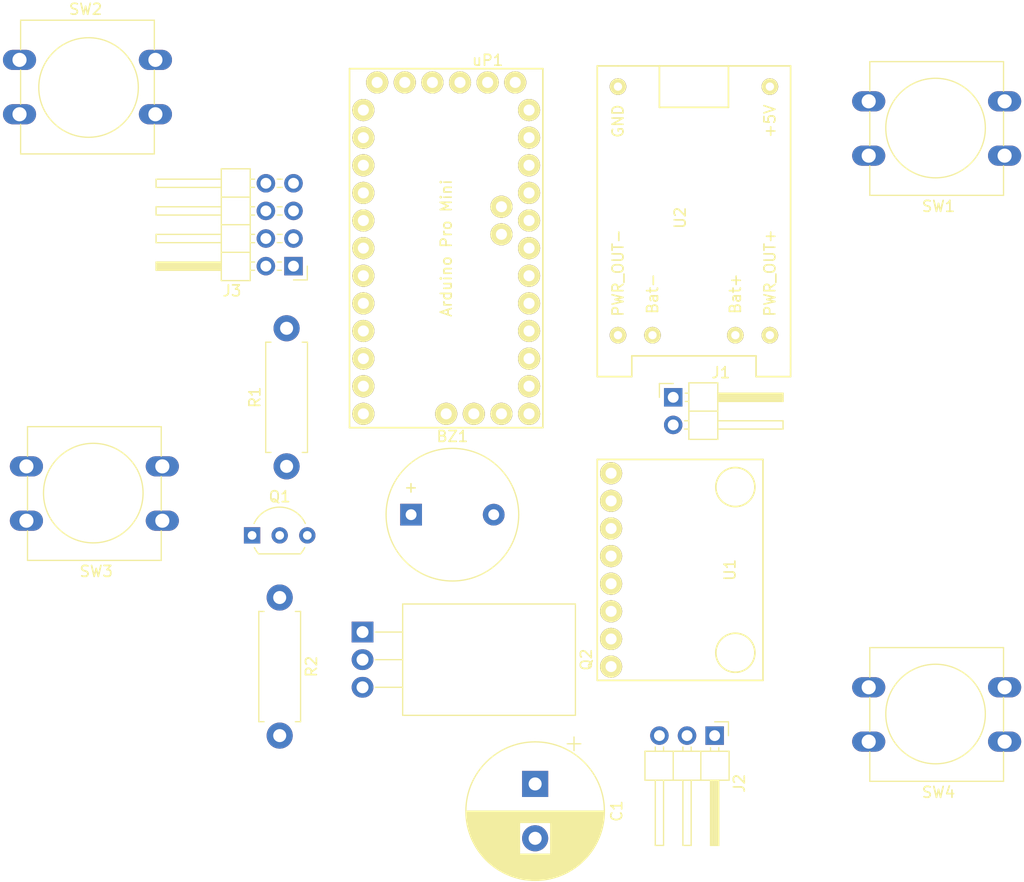
<source format=kicad_pcb>
(kicad_pcb (version 20171130) (host pcbnew 5.1.5-52549c5~84~ubuntu18.04.1)

  (general
    (thickness 1.6)
    (drawings 0)
    (tracks 0)
    (zones 0)
    (modules 16)
    (nets 18)
  )

  (page A4)
  (layers
    (0 F.Cu signal)
    (31 B.Cu signal)
    (32 B.Adhes user)
    (33 F.Adhes user)
    (34 B.Paste user)
    (35 F.Paste user)
    (36 B.SilkS user)
    (37 F.SilkS user)
    (38 B.Mask user)
    (39 F.Mask user)
    (40 Dwgs.User user)
    (41 Cmts.User user)
    (42 Eco1.User user)
    (43 Eco2.User user)
    (44 Edge.Cuts user)
    (45 Margin user)
    (46 B.CrtYd user)
    (47 F.CrtYd user)
    (48 B.Fab user)
    (49 F.Fab user)
  )

  (setup
    (last_trace_width 0.25)
    (trace_clearance 0.2)
    (zone_clearance 0.508)
    (zone_45_only no)
    (trace_min 0.2)
    (via_size 0.8)
    (via_drill 0.4)
    (via_min_size 0.4)
    (via_min_drill 0.3)
    (uvia_size 0.3)
    (uvia_drill 0.1)
    (uvias_allowed no)
    (uvia_min_size 0.2)
    (uvia_min_drill 0.1)
    (edge_width 0.05)
    (segment_width 0.2)
    (pcb_text_width 0.3)
    (pcb_text_size 1.5 1.5)
    (mod_edge_width 0.12)
    (mod_text_size 1 1)
    (mod_text_width 0.15)
    (pad_size 1.524 1.524)
    (pad_drill 0.762)
    (pad_to_mask_clearance 0.051)
    (solder_mask_min_width 0.25)
    (aux_axis_origin 0 0)
    (visible_elements FFFFFF7F)
    (pcbplotparams
      (layerselection 0x010fc_ffffffff)
      (usegerberextensions false)
      (usegerberattributes false)
      (usegerberadvancedattributes false)
      (creategerberjobfile false)
      (excludeedgelayer true)
      (linewidth 0.100000)
      (plotframeref false)
      (viasonmask false)
      (mode 1)
      (useauxorigin false)
      (hpglpennumber 1)
      (hpglpenspeed 20)
      (hpglpendiameter 15.000000)
      (psnegative false)
      (psa4output false)
      (plotreference true)
      (plotvalue true)
      (plotinvisibletext false)
      (padsonsilk false)
      (subtractmaskfromsilk false)
      (outputformat 1)
      (mirror false)
      (drillshape 1)
      (scaleselection 1)
      (outputdirectory ""))
  )

  (net 0 "")
  (net 1 GND)
  (net 2 +BATT)
  (net 3 /LIPO+)
  (net 4 /LIPO-)
  (net 5 /WS2812B_DATA_IN)
  (net 6 "Net-(J2-Pad3)")
  (net 7 /D5)
  (net 8 /D4)
  (net 9 /D3)
  (net 10 /D2)
  (net 11 "Net-(Q1-Pad2)")
  (net 12 "Net-(Q1-Pad3)")
  (net 13 /MPU_VCC)
  (net 14 /I2C_SCL)
  (net 15 /I2C_SDA)
  (net 16 /MOSFET_CTRL)
  (net 17 /BUZZER)

  (net_class Default "This is the default net class."
    (clearance 0.2)
    (trace_width 0.25)
    (via_dia 0.8)
    (via_drill 0.4)
    (uvia_dia 0.3)
    (uvia_drill 0.1)
    (add_net +BATT)
    (add_net /BUZZER)
    (add_net /D2)
    (add_net /D3)
    (add_net /D4)
    (add_net /D5)
    (add_net /I2C_SCL)
    (add_net /I2C_SDA)
    (add_net /LIPO+)
    (add_net /LIPO-)
    (add_net /MOSFET_CTRL)
    (add_net /MPU_VCC)
    (add_net /WS2812B_DATA_IN)
    (add_net GND)
    (add_net "Net-(J2-Pad3)")
    (add_net "Net-(Q1-Pad2)")
    (add_net "Net-(Q1-Pad3)")
  )

  (module Buzzer_Beeper:Buzzer_12x9.5RM7.6 (layer F.Cu) (tedit 5A030281) (tstamp 5DF42B0B)
    (at 155.595 92.71)
    (descr "Generic Buzzer, D12mm height 9.5mm with RM7.6mm")
    (tags buzzer)
    (path /5DF4D5E5)
    (fp_text reference BZ1 (at 3.8 -7.2) (layer F.SilkS)
      (effects (font (size 1 1) (thickness 0.15)))
    )
    (fp_text value Buzzer (at 3.8 7.4) (layer F.Fab)
      (effects (font (size 1 1) (thickness 0.15)))
    )
    (fp_text user + (at -0.01 -2.54) (layer F.Fab)
      (effects (font (size 1 1) (thickness 0.15)))
    )
    (fp_text user + (at -0.01 -2.54) (layer F.SilkS)
      (effects (font (size 1 1) (thickness 0.15)))
    )
    (fp_text user %R (at 3.8 -4) (layer F.Fab)
      (effects (font (size 1 1) (thickness 0.15)))
    )
    (fp_circle (center 3.8 0) (end 10.05 0) (layer F.CrtYd) (width 0.05))
    (fp_circle (center 3.8 0) (end 9.8 0) (layer F.Fab) (width 0.1))
    (fp_circle (center 3.8 0) (end 4.8 0) (layer F.Fab) (width 0.1))
    (fp_circle (center 3.8 0) (end 9.9 0) (layer F.SilkS) (width 0.12))
    (pad 1 thru_hole rect (at 0 0) (size 2 2) (drill 1) (layers *.Cu *.Mask)
      (net 17 /BUZZER))
    (pad 2 thru_hole circle (at 7.6 0) (size 2 2) (drill 1) (layers *.Cu *.Mask)
      (net 1 GND))
    (model ${KISYS3DMOD}/Buzzer_Beeper.3dshapes/Buzzer_12x9.5RM7.6.wrl
      (at (xyz 0 0 0))
      (scale (xyz 1 1 1))
      (rotate (xyz 0 0 0))
    )
  )

  (module Capacitor_THT:CP_Radial_D12.5mm_P5.00mm (layer F.Cu) (tedit 5AE50EF1) (tstamp 5DF42C01)
    (at 167.005 117.475 270)
    (descr "CP, Radial series, Radial, pin pitch=5.00mm, , diameter=12.5mm, Electrolytic Capacitor")
    (tags "CP Radial series Radial pin pitch 5.00mm  diameter 12.5mm Electrolytic Capacitor")
    (path /5DF4CB9F)
    (fp_text reference C1 (at 2.5 -7.5 90) (layer F.SilkS)
      (effects (font (size 1 1) (thickness 0.15)))
    )
    (fp_text value 1000microF (at 2.5 7.5 90) (layer F.Fab)
      (effects (font (size 1 1) (thickness 0.15)))
    )
    (fp_circle (center 2.5 0) (end 8.75 0) (layer F.Fab) (width 0.1))
    (fp_circle (center 2.5 0) (end 8.87 0) (layer F.SilkS) (width 0.12))
    (fp_circle (center 2.5 0) (end 9 0) (layer F.CrtYd) (width 0.05))
    (fp_line (start -2.866489 -2.7375) (end -1.616489 -2.7375) (layer F.Fab) (width 0.1))
    (fp_line (start -2.241489 -3.3625) (end -2.241489 -2.1125) (layer F.Fab) (width 0.1))
    (fp_line (start 2.5 -6.33) (end 2.5 6.33) (layer F.SilkS) (width 0.12))
    (fp_line (start 2.54 -6.33) (end 2.54 6.33) (layer F.SilkS) (width 0.12))
    (fp_line (start 2.58 -6.33) (end 2.58 6.33) (layer F.SilkS) (width 0.12))
    (fp_line (start 2.62 -6.329) (end 2.62 6.329) (layer F.SilkS) (width 0.12))
    (fp_line (start 2.66 -6.328) (end 2.66 6.328) (layer F.SilkS) (width 0.12))
    (fp_line (start 2.7 -6.327) (end 2.7 6.327) (layer F.SilkS) (width 0.12))
    (fp_line (start 2.74 -6.326) (end 2.74 6.326) (layer F.SilkS) (width 0.12))
    (fp_line (start 2.78 -6.324) (end 2.78 6.324) (layer F.SilkS) (width 0.12))
    (fp_line (start 2.82 -6.322) (end 2.82 6.322) (layer F.SilkS) (width 0.12))
    (fp_line (start 2.86 -6.32) (end 2.86 6.32) (layer F.SilkS) (width 0.12))
    (fp_line (start 2.9 -6.318) (end 2.9 6.318) (layer F.SilkS) (width 0.12))
    (fp_line (start 2.94 -6.315) (end 2.94 6.315) (layer F.SilkS) (width 0.12))
    (fp_line (start 2.98 -6.312) (end 2.98 6.312) (layer F.SilkS) (width 0.12))
    (fp_line (start 3.02 -6.309) (end 3.02 6.309) (layer F.SilkS) (width 0.12))
    (fp_line (start 3.06 -6.306) (end 3.06 6.306) (layer F.SilkS) (width 0.12))
    (fp_line (start 3.1 -6.302) (end 3.1 6.302) (layer F.SilkS) (width 0.12))
    (fp_line (start 3.14 -6.298) (end 3.14 6.298) (layer F.SilkS) (width 0.12))
    (fp_line (start 3.18 -6.294) (end 3.18 6.294) (layer F.SilkS) (width 0.12))
    (fp_line (start 3.221 -6.29) (end 3.221 6.29) (layer F.SilkS) (width 0.12))
    (fp_line (start 3.261 -6.285) (end 3.261 6.285) (layer F.SilkS) (width 0.12))
    (fp_line (start 3.301 -6.28) (end 3.301 6.28) (layer F.SilkS) (width 0.12))
    (fp_line (start 3.341 -6.275) (end 3.341 6.275) (layer F.SilkS) (width 0.12))
    (fp_line (start 3.381 -6.269) (end 3.381 6.269) (layer F.SilkS) (width 0.12))
    (fp_line (start 3.421 -6.264) (end 3.421 6.264) (layer F.SilkS) (width 0.12))
    (fp_line (start 3.461 -6.258) (end 3.461 6.258) (layer F.SilkS) (width 0.12))
    (fp_line (start 3.501 -6.252) (end 3.501 6.252) (layer F.SilkS) (width 0.12))
    (fp_line (start 3.541 -6.245) (end 3.541 6.245) (layer F.SilkS) (width 0.12))
    (fp_line (start 3.581 -6.238) (end 3.581 -1.44) (layer F.SilkS) (width 0.12))
    (fp_line (start 3.581 1.44) (end 3.581 6.238) (layer F.SilkS) (width 0.12))
    (fp_line (start 3.621 -6.231) (end 3.621 -1.44) (layer F.SilkS) (width 0.12))
    (fp_line (start 3.621 1.44) (end 3.621 6.231) (layer F.SilkS) (width 0.12))
    (fp_line (start 3.661 -6.224) (end 3.661 -1.44) (layer F.SilkS) (width 0.12))
    (fp_line (start 3.661 1.44) (end 3.661 6.224) (layer F.SilkS) (width 0.12))
    (fp_line (start 3.701 -6.216) (end 3.701 -1.44) (layer F.SilkS) (width 0.12))
    (fp_line (start 3.701 1.44) (end 3.701 6.216) (layer F.SilkS) (width 0.12))
    (fp_line (start 3.741 -6.209) (end 3.741 -1.44) (layer F.SilkS) (width 0.12))
    (fp_line (start 3.741 1.44) (end 3.741 6.209) (layer F.SilkS) (width 0.12))
    (fp_line (start 3.781 -6.201) (end 3.781 -1.44) (layer F.SilkS) (width 0.12))
    (fp_line (start 3.781 1.44) (end 3.781 6.201) (layer F.SilkS) (width 0.12))
    (fp_line (start 3.821 -6.192) (end 3.821 -1.44) (layer F.SilkS) (width 0.12))
    (fp_line (start 3.821 1.44) (end 3.821 6.192) (layer F.SilkS) (width 0.12))
    (fp_line (start 3.861 -6.184) (end 3.861 -1.44) (layer F.SilkS) (width 0.12))
    (fp_line (start 3.861 1.44) (end 3.861 6.184) (layer F.SilkS) (width 0.12))
    (fp_line (start 3.901 -6.175) (end 3.901 -1.44) (layer F.SilkS) (width 0.12))
    (fp_line (start 3.901 1.44) (end 3.901 6.175) (layer F.SilkS) (width 0.12))
    (fp_line (start 3.941 -6.166) (end 3.941 -1.44) (layer F.SilkS) (width 0.12))
    (fp_line (start 3.941 1.44) (end 3.941 6.166) (layer F.SilkS) (width 0.12))
    (fp_line (start 3.981 -6.156) (end 3.981 -1.44) (layer F.SilkS) (width 0.12))
    (fp_line (start 3.981 1.44) (end 3.981 6.156) (layer F.SilkS) (width 0.12))
    (fp_line (start 4.021 -6.146) (end 4.021 -1.44) (layer F.SilkS) (width 0.12))
    (fp_line (start 4.021 1.44) (end 4.021 6.146) (layer F.SilkS) (width 0.12))
    (fp_line (start 4.061 -6.137) (end 4.061 -1.44) (layer F.SilkS) (width 0.12))
    (fp_line (start 4.061 1.44) (end 4.061 6.137) (layer F.SilkS) (width 0.12))
    (fp_line (start 4.101 -6.126) (end 4.101 -1.44) (layer F.SilkS) (width 0.12))
    (fp_line (start 4.101 1.44) (end 4.101 6.126) (layer F.SilkS) (width 0.12))
    (fp_line (start 4.141 -6.116) (end 4.141 -1.44) (layer F.SilkS) (width 0.12))
    (fp_line (start 4.141 1.44) (end 4.141 6.116) (layer F.SilkS) (width 0.12))
    (fp_line (start 4.181 -6.105) (end 4.181 -1.44) (layer F.SilkS) (width 0.12))
    (fp_line (start 4.181 1.44) (end 4.181 6.105) (layer F.SilkS) (width 0.12))
    (fp_line (start 4.221 -6.094) (end 4.221 -1.44) (layer F.SilkS) (width 0.12))
    (fp_line (start 4.221 1.44) (end 4.221 6.094) (layer F.SilkS) (width 0.12))
    (fp_line (start 4.261 -6.083) (end 4.261 -1.44) (layer F.SilkS) (width 0.12))
    (fp_line (start 4.261 1.44) (end 4.261 6.083) (layer F.SilkS) (width 0.12))
    (fp_line (start 4.301 -6.071) (end 4.301 -1.44) (layer F.SilkS) (width 0.12))
    (fp_line (start 4.301 1.44) (end 4.301 6.071) (layer F.SilkS) (width 0.12))
    (fp_line (start 4.341 -6.059) (end 4.341 -1.44) (layer F.SilkS) (width 0.12))
    (fp_line (start 4.341 1.44) (end 4.341 6.059) (layer F.SilkS) (width 0.12))
    (fp_line (start 4.381 -6.047) (end 4.381 -1.44) (layer F.SilkS) (width 0.12))
    (fp_line (start 4.381 1.44) (end 4.381 6.047) (layer F.SilkS) (width 0.12))
    (fp_line (start 4.421 -6.034) (end 4.421 -1.44) (layer F.SilkS) (width 0.12))
    (fp_line (start 4.421 1.44) (end 4.421 6.034) (layer F.SilkS) (width 0.12))
    (fp_line (start 4.461 -6.021) (end 4.461 -1.44) (layer F.SilkS) (width 0.12))
    (fp_line (start 4.461 1.44) (end 4.461 6.021) (layer F.SilkS) (width 0.12))
    (fp_line (start 4.501 -6.008) (end 4.501 -1.44) (layer F.SilkS) (width 0.12))
    (fp_line (start 4.501 1.44) (end 4.501 6.008) (layer F.SilkS) (width 0.12))
    (fp_line (start 4.541 -5.995) (end 4.541 -1.44) (layer F.SilkS) (width 0.12))
    (fp_line (start 4.541 1.44) (end 4.541 5.995) (layer F.SilkS) (width 0.12))
    (fp_line (start 4.581 -5.981) (end 4.581 -1.44) (layer F.SilkS) (width 0.12))
    (fp_line (start 4.581 1.44) (end 4.581 5.981) (layer F.SilkS) (width 0.12))
    (fp_line (start 4.621 -5.967) (end 4.621 -1.44) (layer F.SilkS) (width 0.12))
    (fp_line (start 4.621 1.44) (end 4.621 5.967) (layer F.SilkS) (width 0.12))
    (fp_line (start 4.661 -5.953) (end 4.661 -1.44) (layer F.SilkS) (width 0.12))
    (fp_line (start 4.661 1.44) (end 4.661 5.953) (layer F.SilkS) (width 0.12))
    (fp_line (start 4.701 -5.939) (end 4.701 -1.44) (layer F.SilkS) (width 0.12))
    (fp_line (start 4.701 1.44) (end 4.701 5.939) (layer F.SilkS) (width 0.12))
    (fp_line (start 4.741 -5.924) (end 4.741 -1.44) (layer F.SilkS) (width 0.12))
    (fp_line (start 4.741 1.44) (end 4.741 5.924) (layer F.SilkS) (width 0.12))
    (fp_line (start 4.781 -5.908) (end 4.781 -1.44) (layer F.SilkS) (width 0.12))
    (fp_line (start 4.781 1.44) (end 4.781 5.908) (layer F.SilkS) (width 0.12))
    (fp_line (start 4.821 -5.893) (end 4.821 -1.44) (layer F.SilkS) (width 0.12))
    (fp_line (start 4.821 1.44) (end 4.821 5.893) (layer F.SilkS) (width 0.12))
    (fp_line (start 4.861 -5.877) (end 4.861 -1.44) (layer F.SilkS) (width 0.12))
    (fp_line (start 4.861 1.44) (end 4.861 5.877) (layer F.SilkS) (width 0.12))
    (fp_line (start 4.901 -5.861) (end 4.901 -1.44) (layer F.SilkS) (width 0.12))
    (fp_line (start 4.901 1.44) (end 4.901 5.861) (layer F.SilkS) (width 0.12))
    (fp_line (start 4.941 -5.845) (end 4.941 -1.44) (layer F.SilkS) (width 0.12))
    (fp_line (start 4.941 1.44) (end 4.941 5.845) (layer F.SilkS) (width 0.12))
    (fp_line (start 4.981 -5.828) (end 4.981 -1.44) (layer F.SilkS) (width 0.12))
    (fp_line (start 4.981 1.44) (end 4.981 5.828) (layer F.SilkS) (width 0.12))
    (fp_line (start 5.021 -5.811) (end 5.021 -1.44) (layer F.SilkS) (width 0.12))
    (fp_line (start 5.021 1.44) (end 5.021 5.811) (layer F.SilkS) (width 0.12))
    (fp_line (start 5.061 -5.793) (end 5.061 -1.44) (layer F.SilkS) (width 0.12))
    (fp_line (start 5.061 1.44) (end 5.061 5.793) (layer F.SilkS) (width 0.12))
    (fp_line (start 5.101 -5.776) (end 5.101 -1.44) (layer F.SilkS) (width 0.12))
    (fp_line (start 5.101 1.44) (end 5.101 5.776) (layer F.SilkS) (width 0.12))
    (fp_line (start 5.141 -5.758) (end 5.141 -1.44) (layer F.SilkS) (width 0.12))
    (fp_line (start 5.141 1.44) (end 5.141 5.758) (layer F.SilkS) (width 0.12))
    (fp_line (start 5.181 -5.739) (end 5.181 -1.44) (layer F.SilkS) (width 0.12))
    (fp_line (start 5.181 1.44) (end 5.181 5.739) (layer F.SilkS) (width 0.12))
    (fp_line (start 5.221 -5.721) (end 5.221 -1.44) (layer F.SilkS) (width 0.12))
    (fp_line (start 5.221 1.44) (end 5.221 5.721) (layer F.SilkS) (width 0.12))
    (fp_line (start 5.261 -5.702) (end 5.261 -1.44) (layer F.SilkS) (width 0.12))
    (fp_line (start 5.261 1.44) (end 5.261 5.702) (layer F.SilkS) (width 0.12))
    (fp_line (start 5.301 -5.682) (end 5.301 -1.44) (layer F.SilkS) (width 0.12))
    (fp_line (start 5.301 1.44) (end 5.301 5.682) (layer F.SilkS) (width 0.12))
    (fp_line (start 5.341 -5.662) (end 5.341 -1.44) (layer F.SilkS) (width 0.12))
    (fp_line (start 5.341 1.44) (end 5.341 5.662) (layer F.SilkS) (width 0.12))
    (fp_line (start 5.381 -5.642) (end 5.381 -1.44) (layer F.SilkS) (width 0.12))
    (fp_line (start 5.381 1.44) (end 5.381 5.642) (layer F.SilkS) (width 0.12))
    (fp_line (start 5.421 -5.622) (end 5.421 -1.44) (layer F.SilkS) (width 0.12))
    (fp_line (start 5.421 1.44) (end 5.421 5.622) (layer F.SilkS) (width 0.12))
    (fp_line (start 5.461 -5.601) (end 5.461 -1.44) (layer F.SilkS) (width 0.12))
    (fp_line (start 5.461 1.44) (end 5.461 5.601) (layer F.SilkS) (width 0.12))
    (fp_line (start 5.501 -5.58) (end 5.501 -1.44) (layer F.SilkS) (width 0.12))
    (fp_line (start 5.501 1.44) (end 5.501 5.58) (layer F.SilkS) (width 0.12))
    (fp_line (start 5.541 -5.558) (end 5.541 -1.44) (layer F.SilkS) (width 0.12))
    (fp_line (start 5.541 1.44) (end 5.541 5.558) (layer F.SilkS) (width 0.12))
    (fp_line (start 5.581 -5.536) (end 5.581 -1.44) (layer F.SilkS) (width 0.12))
    (fp_line (start 5.581 1.44) (end 5.581 5.536) (layer F.SilkS) (width 0.12))
    (fp_line (start 5.621 -5.514) (end 5.621 -1.44) (layer F.SilkS) (width 0.12))
    (fp_line (start 5.621 1.44) (end 5.621 5.514) (layer F.SilkS) (width 0.12))
    (fp_line (start 5.661 -5.491) (end 5.661 -1.44) (layer F.SilkS) (width 0.12))
    (fp_line (start 5.661 1.44) (end 5.661 5.491) (layer F.SilkS) (width 0.12))
    (fp_line (start 5.701 -5.468) (end 5.701 -1.44) (layer F.SilkS) (width 0.12))
    (fp_line (start 5.701 1.44) (end 5.701 5.468) (layer F.SilkS) (width 0.12))
    (fp_line (start 5.741 -5.445) (end 5.741 -1.44) (layer F.SilkS) (width 0.12))
    (fp_line (start 5.741 1.44) (end 5.741 5.445) (layer F.SilkS) (width 0.12))
    (fp_line (start 5.781 -5.421) (end 5.781 -1.44) (layer F.SilkS) (width 0.12))
    (fp_line (start 5.781 1.44) (end 5.781 5.421) (layer F.SilkS) (width 0.12))
    (fp_line (start 5.821 -5.397) (end 5.821 -1.44) (layer F.SilkS) (width 0.12))
    (fp_line (start 5.821 1.44) (end 5.821 5.397) (layer F.SilkS) (width 0.12))
    (fp_line (start 5.861 -5.372) (end 5.861 -1.44) (layer F.SilkS) (width 0.12))
    (fp_line (start 5.861 1.44) (end 5.861 5.372) (layer F.SilkS) (width 0.12))
    (fp_line (start 5.901 -5.347) (end 5.901 -1.44) (layer F.SilkS) (width 0.12))
    (fp_line (start 5.901 1.44) (end 5.901 5.347) (layer F.SilkS) (width 0.12))
    (fp_line (start 5.941 -5.322) (end 5.941 -1.44) (layer F.SilkS) (width 0.12))
    (fp_line (start 5.941 1.44) (end 5.941 5.322) (layer F.SilkS) (width 0.12))
    (fp_line (start 5.981 -5.296) (end 5.981 -1.44) (layer F.SilkS) (width 0.12))
    (fp_line (start 5.981 1.44) (end 5.981 5.296) (layer F.SilkS) (width 0.12))
    (fp_line (start 6.021 -5.27) (end 6.021 -1.44) (layer F.SilkS) (width 0.12))
    (fp_line (start 6.021 1.44) (end 6.021 5.27) (layer F.SilkS) (width 0.12))
    (fp_line (start 6.061 -5.243) (end 6.061 -1.44) (layer F.SilkS) (width 0.12))
    (fp_line (start 6.061 1.44) (end 6.061 5.243) (layer F.SilkS) (width 0.12))
    (fp_line (start 6.101 -5.216) (end 6.101 -1.44) (layer F.SilkS) (width 0.12))
    (fp_line (start 6.101 1.44) (end 6.101 5.216) (layer F.SilkS) (width 0.12))
    (fp_line (start 6.141 -5.188) (end 6.141 -1.44) (layer F.SilkS) (width 0.12))
    (fp_line (start 6.141 1.44) (end 6.141 5.188) (layer F.SilkS) (width 0.12))
    (fp_line (start 6.181 -5.16) (end 6.181 -1.44) (layer F.SilkS) (width 0.12))
    (fp_line (start 6.181 1.44) (end 6.181 5.16) (layer F.SilkS) (width 0.12))
    (fp_line (start 6.221 -5.131) (end 6.221 -1.44) (layer F.SilkS) (width 0.12))
    (fp_line (start 6.221 1.44) (end 6.221 5.131) (layer F.SilkS) (width 0.12))
    (fp_line (start 6.261 -5.102) (end 6.261 -1.44) (layer F.SilkS) (width 0.12))
    (fp_line (start 6.261 1.44) (end 6.261 5.102) (layer F.SilkS) (width 0.12))
    (fp_line (start 6.301 -5.073) (end 6.301 -1.44) (layer F.SilkS) (width 0.12))
    (fp_line (start 6.301 1.44) (end 6.301 5.073) (layer F.SilkS) (width 0.12))
    (fp_line (start 6.341 -5.043) (end 6.341 -1.44) (layer F.SilkS) (width 0.12))
    (fp_line (start 6.341 1.44) (end 6.341 5.043) (layer F.SilkS) (width 0.12))
    (fp_line (start 6.381 -5.012) (end 6.381 -1.44) (layer F.SilkS) (width 0.12))
    (fp_line (start 6.381 1.44) (end 6.381 5.012) (layer F.SilkS) (width 0.12))
    (fp_line (start 6.421 -4.982) (end 6.421 -1.44) (layer F.SilkS) (width 0.12))
    (fp_line (start 6.421 1.44) (end 6.421 4.982) (layer F.SilkS) (width 0.12))
    (fp_line (start 6.461 -4.95) (end 6.461 4.95) (layer F.SilkS) (width 0.12))
    (fp_line (start 6.501 -4.918) (end 6.501 4.918) (layer F.SilkS) (width 0.12))
    (fp_line (start 6.541 -4.885) (end 6.541 4.885) (layer F.SilkS) (width 0.12))
    (fp_line (start 6.581 -4.852) (end 6.581 4.852) (layer F.SilkS) (width 0.12))
    (fp_line (start 6.621 -4.819) (end 6.621 4.819) (layer F.SilkS) (width 0.12))
    (fp_line (start 6.661 -4.785) (end 6.661 4.785) (layer F.SilkS) (width 0.12))
    (fp_line (start 6.701 -4.75) (end 6.701 4.75) (layer F.SilkS) (width 0.12))
    (fp_line (start 6.741 -4.714) (end 6.741 4.714) (layer F.SilkS) (width 0.12))
    (fp_line (start 6.781 -4.678) (end 6.781 4.678) (layer F.SilkS) (width 0.12))
    (fp_line (start 6.821 -4.642) (end 6.821 4.642) (layer F.SilkS) (width 0.12))
    (fp_line (start 6.861 -4.605) (end 6.861 4.605) (layer F.SilkS) (width 0.12))
    (fp_line (start 6.901 -4.567) (end 6.901 4.567) (layer F.SilkS) (width 0.12))
    (fp_line (start 6.941 -4.528) (end 6.941 4.528) (layer F.SilkS) (width 0.12))
    (fp_line (start 6.981 -4.489) (end 6.981 4.489) (layer F.SilkS) (width 0.12))
    (fp_line (start 7.021 -4.449) (end 7.021 4.449) (layer F.SilkS) (width 0.12))
    (fp_line (start 7.061 -4.408) (end 7.061 4.408) (layer F.SilkS) (width 0.12))
    (fp_line (start 7.101 -4.367) (end 7.101 4.367) (layer F.SilkS) (width 0.12))
    (fp_line (start 7.141 -4.325) (end 7.141 4.325) (layer F.SilkS) (width 0.12))
    (fp_line (start 7.181 -4.282) (end 7.181 4.282) (layer F.SilkS) (width 0.12))
    (fp_line (start 7.221 -4.238) (end 7.221 4.238) (layer F.SilkS) (width 0.12))
    (fp_line (start 7.261 -4.194) (end 7.261 4.194) (layer F.SilkS) (width 0.12))
    (fp_line (start 7.301 -4.148) (end 7.301 4.148) (layer F.SilkS) (width 0.12))
    (fp_line (start 7.341 -4.102) (end 7.341 4.102) (layer F.SilkS) (width 0.12))
    (fp_line (start 7.381 -4.055) (end 7.381 4.055) (layer F.SilkS) (width 0.12))
    (fp_line (start 7.421 -4.007) (end 7.421 4.007) (layer F.SilkS) (width 0.12))
    (fp_line (start 7.461 -3.957) (end 7.461 3.957) (layer F.SilkS) (width 0.12))
    (fp_line (start 7.501 -3.907) (end 7.501 3.907) (layer F.SilkS) (width 0.12))
    (fp_line (start 7.541 -3.856) (end 7.541 3.856) (layer F.SilkS) (width 0.12))
    (fp_line (start 7.581 -3.804) (end 7.581 3.804) (layer F.SilkS) (width 0.12))
    (fp_line (start 7.621 -3.75) (end 7.621 3.75) (layer F.SilkS) (width 0.12))
    (fp_line (start 7.661 -3.696) (end 7.661 3.696) (layer F.SilkS) (width 0.12))
    (fp_line (start 7.701 -3.64) (end 7.701 3.64) (layer F.SilkS) (width 0.12))
    (fp_line (start 7.741 -3.583) (end 7.741 3.583) (layer F.SilkS) (width 0.12))
    (fp_line (start 7.781 -3.524) (end 7.781 3.524) (layer F.SilkS) (width 0.12))
    (fp_line (start 7.821 -3.464) (end 7.821 3.464) (layer F.SilkS) (width 0.12))
    (fp_line (start 7.861 -3.402) (end 7.861 3.402) (layer F.SilkS) (width 0.12))
    (fp_line (start 7.901 -3.339) (end 7.901 3.339) (layer F.SilkS) (width 0.12))
    (fp_line (start 7.941 -3.275) (end 7.941 3.275) (layer F.SilkS) (width 0.12))
    (fp_line (start 7.981 -3.208) (end 7.981 3.208) (layer F.SilkS) (width 0.12))
    (fp_line (start 8.021 -3.14) (end 8.021 3.14) (layer F.SilkS) (width 0.12))
    (fp_line (start 8.061 -3.069) (end 8.061 3.069) (layer F.SilkS) (width 0.12))
    (fp_line (start 8.101 -2.996) (end 8.101 2.996) (layer F.SilkS) (width 0.12))
    (fp_line (start 8.141 -2.921) (end 8.141 2.921) (layer F.SilkS) (width 0.12))
    (fp_line (start 8.181 -2.844) (end 8.181 2.844) (layer F.SilkS) (width 0.12))
    (fp_line (start 8.221 -2.764) (end 8.221 2.764) (layer F.SilkS) (width 0.12))
    (fp_line (start 8.261 -2.681) (end 8.261 2.681) (layer F.SilkS) (width 0.12))
    (fp_line (start 8.301 -2.594) (end 8.301 2.594) (layer F.SilkS) (width 0.12))
    (fp_line (start 8.341 -2.504) (end 8.341 2.504) (layer F.SilkS) (width 0.12))
    (fp_line (start 8.381 -2.41) (end 8.381 2.41) (layer F.SilkS) (width 0.12))
    (fp_line (start 8.421 -2.312) (end 8.421 2.312) (layer F.SilkS) (width 0.12))
    (fp_line (start 8.461 -2.209) (end 8.461 2.209) (layer F.SilkS) (width 0.12))
    (fp_line (start 8.501 -2.1) (end 8.501 2.1) (layer F.SilkS) (width 0.12))
    (fp_line (start 8.541 -1.984) (end 8.541 1.984) (layer F.SilkS) (width 0.12))
    (fp_line (start 8.581 -1.861) (end 8.581 1.861) (layer F.SilkS) (width 0.12))
    (fp_line (start 8.621 -1.728) (end 8.621 1.728) (layer F.SilkS) (width 0.12))
    (fp_line (start 8.661 -1.583) (end 8.661 1.583) (layer F.SilkS) (width 0.12))
    (fp_line (start 8.701 -1.422) (end 8.701 1.422) (layer F.SilkS) (width 0.12))
    (fp_line (start 8.741 -1.241) (end 8.741 1.241) (layer F.SilkS) (width 0.12))
    (fp_line (start 8.781 -1.028) (end 8.781 1.028) (layer F.SilkS) (width 0.12))
    (fp_line (start 8.821 -0.757) (end 8.821 0.757) (layer F.SilkS) (width 0.12))
    (fp_line (start 8.861 -0.317) (end 8.861 0.317) (layer F.SilkS) (width 0.12))
    (fp_line (start -4.317082 -3.575) (end -3.067082 -3.575) (layer F.SilkS) (width 0.12))
    (fp_line (start -3.692082 -4.2) (end -3.692082 -2.95) (layer F.SilkS) (width 0.12))
    (fp_text user %R (at 2.5 0 90) (layer F.Fab)
      (effects (font (size 1 1) (thickness 0.15)))
    )
    (pad 1 thru_hole rect (at 0 0 270) (size 2.4 2.4) (drill 1.2) (layers *.Cu *.Mask)
      (net 2 +BATT))
    (pad 2 thru_hole circle (at 5 0 270) (size 2.4 2.4) (drill 1.2) (layers *.Cu *.Mask)
      (net 1 GND))
    (model ${KISYS3DMOD}/Capacitor_THT.3dshapes/CP_Radial_D12.5mm_P5.00mm.wrl
      (at (xyz 0 0 0))
      (scale (xyz 1 1 1))
      (rotate (xyz 0 0 0))
    )
  )

  (module Connector_PinHeader_2.54mm:PinHeader_1x02_P2.54mm_Horizontal (layer F.Cu) (tedit 59FED5CB) (tstamp 5DF42C34)
    (at 179.705 81.915)
    (descr "Through hole angled pin header, 1x02, 2.54mm pitch, 6mm pin length, single row")
    (tags "Through hole angled pin header THT 1x02 2.54mm single row")
    (path /5DF589A3)
    (fp_text reference J1 (at 4.385 -2.27) (layer F.SilkS)
      (effects (font (size 1 1) (thickness 0.15)))
    )
    (fp_text value LIPO_IN (at 4.385 4.81) (layer F.Fab)
      (effects (font (size 1 1) (thickness 0.15)))
    )
    (fp_line (start 2.135 -1.27) (end 4.04 -1.27) (layer F.Fab) (width 0.1))
    (fp_line (start 4.04 -1.27) (end 4.04 3.81) (layer F.Fab) (width 0.1))
    (fp_line (start 4.04 3.81) (end 1.5 3.81) (layer F.Fab) (width 0.1))
    (fp_line (start 1.5 3.81) (end 1.5 -0.635) (layer F.Fab) (width 0.1))
    (fp_line (start 1.5 -0.635) (end 2.135 -1.27) (layer F.Fab) (width 0.1))
    (fp_line (start -0.32 -0.32) (end 1.5 -0.32) (layer F.Fab) (width 0.1))
    (fp_line (start -0.32 -0.32) (end -0.32 0.32) (layer F.Fab) (width 0.1))
    (fp_line (start -0.32 0.32) (end 1.5 0.32) (layer F.Fab) (width 0.1))
    (fp_line (start 4.04 -0.32) (end 10.04 -0.32) (layer F.Fab) (width 0.1))
    (fp_line (start 10.04 -0.32) (end 10.04 0.32) (layer F.Fab) (width 0.1))
    (fp_line (start 4.04 0.32) (end 10.04 0.32) (layer F.Fab) (width 0.1))
    (fp_line (start -0.32 2.22) (end 1.5 2.22) (layer F.Fab) (width 0.1))
    (fp_line (start -0.32 2.22) (end -0.32 2.86) (layer F.Fab) (width 0.1))
    (fp_line (start -0.32 2.86) (end 1.5 2.86) (layer F.Fab) (width 0.1))
    (fp_line (start 4.04 2.22) (end 10.04 2.22) (layer F.Fab) (width 0.1))
    (fp_line (start 10.04 2.22) (end 10.04 2.86) (layer F.Fab) (width 0.1))
    (fp_line (start 4.04 2.86) (end 10.04 2.86) (layer F.Fab) (width 0.1))
    (fp_line (start 1.44 -1.33) (end 1.44 3.87) (layer F.SilkS) (width 0.12))
    (fp_line (start 1.44 3.87) (end 4.1 3.87) (layer F.SilkS) (width 0.12))
    (fp_line (start 4.1 3.87) (end 4.1 -1.33) (layer F.SilkS) (width 0.12))
    (fp_line (start 4.1 -1.33) (end 1.44 -1.33) (layer F.SilkS) (width 0.12))
    (fp_line (start 4.1 -0.38) (end 10.1 -0.38) (layer F.SilkS) (width 0.12))
    (fp_line (start 10.1 -0.38) (end 10.1 0.38) (layer F.SilkS) (width 0.12))
    (fp_line (start 10.1 0.38) (end 4.1 0.38) (layer F.SilkS) (width 0.12))
    (fp_line (start 4.1 -0.32) (end 10.1 -0.32) (layer F.SilkS) (width 0.12))
    (fp_line (start 4.1 -0.2) (end 10.1 -0.2) (layer F.SilkS) (width 0.12))
    (fp_line (start 4.1 -0.08) (end 10.1 -0.08) (layer F.SilkS) (width 0.12))
    (fp_line (start 4.1 0.04) (end 10.1 0.04) (layer F.SilkS) (width 0.12))
    (fp_line (start 4.1 0.16) (end 10.1 0.16) (layer F.SilkS) (width 0.12))
    (fp_line (start 4.1 0.28) (end 10.1 0.28) (layer F.SilkS) (width 0.12))
    (fp_line (start 1.11 -0.38) (end 1.44 -0.38) (layer F.SilkS) (width 0.12))
    (fp_line (start 1.11 0.38) (end 1.44 0.38) (layer F.SilkS) (width 0.12))
    (fp_line (start 1.44 1.27) (end 4.1 1.27) (layer F.SilkS) (width 0.12))
    (fp_line (start 4.1 2.16) (end 10.1 2.16) (layer F.SilkS) (width 0.12))
    (fp_line (start 10.1 2.16) (end 10.1 2.92) (layer F.SilkS) (width 0.12))
    (fp_line (start 10.1 2.92) (end 4.1 2.92) (layer F.SilkS) (width 0.12))
    (fp_line (start 1.042929 2.16) (end 1.44 2.16) (layer F.SilkS) (width 0.12))
    (fp_line (start 1.042929 2.92) (end 1.44 2.92) (layer F.SilkS) (width 0.12))
    (fp_line (start -1.27 0) (end -1.27 -1.27) (layer F.SilkS) (width 0.12))
    (fp_line (start -1.27 -1.27) (end 0 -1.27) (layer F.SilkS) (width 0.12))
    (fp_line (start -1.8 -1.8) (end -1.8 4.35) (layer F.CrtYd) (width 0.05))
    (fp_line (start -1.8 4.35) (end 10.55 4.35) (layer F.CrtYd) (width 0.05))
    (fp_line (start 10.55 4.35) (end 10.55 -1.8) (layer F.CrtYd) (width 0.05))
    (fp_line (start 10.55 -1.8) (end -1.8 -1.8) (layer F.CrtYd) (width 0.05))
    (fp_text user %R (at 2.77 1.27 90) (layer F.Fab)
      (effects (font (size 1 1) (thickness 0.15)))
    )
    (pad 1 thru_hole rect (at 0 0) (size 1.7 1.7) (drill 1) (layers *.Cu *.Mask)
      (net 3 /LIPO+))
    (pad 2 thru_hole oval (at 0 2.54) (size 1.7 1.7) (drill 1) (layers *.Cu *.Mask)
      (net 4 /LIPO-))
    (model ${KISYS3DMOD}/Connector_PinHeader_2.54mm.3dshapes/PinHeader_1x02_P2.54mm_Horizontal.wrl
      (at (xyz 0 0 0))
      (scale (xyz 1 1 1))
      (rotate (xyz 0 0 0))
    )
  )

  (module Connector_PinHeader_2.54mm:PinHeader_1x03_P2.54mm_Horizontal (layer F.Cu) (tedit 59FED5CB) (tstamp 5DF42C74)
    (at 183.515 113.03 270)
    (descr "Through hole angled pin header, 1x03, 2.54mm pitch, 6mm pin length, single row")
    (tags "Through hole angled pin header THT 1x03 2.54mm single row")
    (path /5DF48FB5)
    (fp_text reference J2 (at 4.385 -2.27 90) (layer F.SilkS)
      (effects (font (size 1 1) (thickness 0.15)))
    )
    (fp_text value WS2812B_LED_MATRIX (at 4.385 7.35 90) (layer F.Fab)
      (effects (font (size 1 1) (thickness 0.15)))
    )
    (fp_line (start 2.135 -1.27) (end 4.04 -1.27) (layer F.Fab) (width 0.1))
    (fp_line (start 4.04 -1.27) (end 4.04 6.35) (layer F.Fab) (width 0.1))
    (fp_line (start 4.04 6.35) (end 1.5 6.35) (layer F.Fab) (width 0.1))
    (fp_line (start 1.5 6.35) (end 1.5 -0.635) (layer F.Fab) (width 0.1))
    (fp_line (start 1.5 -0.635) (end 2.135 -1.27) (layer F.Fab) (width 0.1))
    (fp_line (start -0.32 -0.32) (end 1.5 -0.32) (layer F.Fab) (width 0.1))
    (fp_line (start -0.32 -0.32) (end -0.32 0.32) (layer F.Fab) (width 0.1))
    (fp_line (start -0.32 0.32) (end 1.5 0.32) (layer F.Fab) (width 0.1))
    (fp_line (start 4.04 -0.32) (end 10.04 -0.32) (layer F.Fab) (width 0.1))
    (fp_line (start 10.04 -0.32) (end 10.04 0.32) (layer F.Fab) (width 0.1))
    (fp_line (start 4.04 0.32) (end 10.04 0.32) (layer F.Fab) (width 0.1))
    (fp_line (start -0.32 2.22) (end 1.5 2.22) (layer F.Fab) (width 0.1))
    (fp_line (start -0.32 2.22) (end -0.32 2.86) (layer F.Fab) (width 0.1))
    (fp_line (start -0.32 2.86) (end 1.5 2.86) (layer F.Fab) (width 0.1))
    (fp_line (start 4.04 2.22) (end 10.04 2.22) (layer F.Fab) (width 0.1))
    (fp_line (start 10.04 2.22) (end 10.04 2.86) (layer F.Fab) (width 0.1))
    (fp_line (start 4.04 2.86) (end 10.04 2.86) (layer F.Fab) (width 0.1))
    (fp_line (start -0.32 4.76) (end 1.5 4.76) (layer F.Fab) (width 0.1))
    (fp_line (start -0.32 4.76) (end -0.32 5.4) (layer F.Fab) (width 0.1))
    (fp_line (start -0.32 5.4) (end 1.5 5.4) (layer F.Fab) (width 0.1))
    (fp_line (start 4.04 4.76) (end 10.04 4.76) (layer F.Fab) (width 0.1))
    (fp_line (start 10.04 4.76) (end 10.04 5.4) (layer F.Fab) (width 0.1))
    (fp_line (start 4.04 5.4) (end 10.04 5.4) (layer F.Fab) (width 0.1))
    (fp_line (start 1.44 -1.33) (end 1.44 6.41) (layer F.SilkS) (width 0.12))
    (fp_line (start 1.44 6.41) (end 4.1 6.41) (layer F.SilkS) (width 0.12))
    (fp_line (start 4.1 6.41) (end 4.1 -1.33) (layer F.SilkS) (width 0.12))
    (fp_line (start 4.1 -1.33) (end 1.44 -1.33) (layer F.SilkS) (width 0.12))
    (fp_line (start 4.1 -0.38) (end 10.1 -0.38) (layer F.SilkS) (width 0.12))
    (fp_line (start 10.1 -0.38) (end 10.1 0.38) (layer F.SilkS) (width 0.12))
    (fp_line (start 10.1 0.38) (end 4.1 0.38) (layer F.SilkS) (width 0.12))
    (fp_line (start 4.1 -0.32) (end 10.1 -0.32) (layer F.SilkS) (width 0.12))
    (fp_line (start 4.1 -0.2) (end 10.1 -0.2) (layer F.SilkS) (width 0.12))
    (fp_line (start 4.1 -0.08) (end 10.1 -0.08) (layer F.SilkS) (width 0.12))
    (fp_line (start 4.1 0.04) (end 10.1 0.04) (layer F.SilkS) (width 0.12))
    (fp_line (start 4.1 0.16) (end 10.1 0.16) (layer F.SilkS) (width 0.12))
    (fp_line (start 4.1 0.28) (end 10.1 0.28) (layer F.SilkS) (width 0.12))
    (fp_line (start 1.11 -0.38) (end 1.44 -0.38) (layer F.SilkS) (width 0.12))
    (fp_line (start 1.11 0.38) (end 1.44 0.38) (layer F.SilkS) (width 0.12))
    (fp_line (start 1.44 1.27) (end 4.1 1.27) (layer F.SilkS) (width 0.12))
    (fp_line (start 4.1 2.16) (end 10.1 2.16) (layer F.SilkS) (width 0.12))
    (fp_line (start 10.1 2.16) (end 10.1 2.92) (layer F.SilkS) (width 0.12))
    (fp_line (start 10.1 2.92) (end 4.1 2.92) (layer F.SilkS) (width 0.12))
    (fp_line (start 1.042929 2.16) (end 1.44 2.16) (layer F.SilkS) (width 0.12))
    (fp_line (start 1.042929 2.92) (end 1.44 2.92) (layer F.SilkS) (width 0.12))
    (fp_line (start 1.44 3.81) (end 4.1 3.81) (layer F.SilkS) (width 0.12))
    (fp_line (start 4.1 4.7) (end 10.1 4.7) (layer F.SilkS) (width 0.12))
    (fp_line (start 10.1 4.7) (end 10.1 5.46) (layer F.SilkS) (width 0.12))
    (fp_line (start 10.1 5.46) (end 4.1 5.46) (layer F.SilkS) (width 0.12))
    (fp_line (start 1.042929 4.7) (end 1.44 4.7) (layer F.SilkS) (width 0.12))
    (fp_line (start 1.042929 5.46) (end 1.44 5.46) (layer F.SilkS) (width 0.12))
    (fp_line (start -1.27 0) (end -1.27 -1.27) (layer F.SilkS) (width 0.12))
    (fp_line (start -1.27 -1.27) (end 0 -1.27) (layer F.SilkS) (width 0.12))
    (fp_line (start -1.8 -1.8) (end -1.8 6.85) (layer F.CrtYd) (width 0.05))
    (fp_line (start -1.8 6.85) (end 10.55 6.85) (layer F.CrtYd) (width 0.05))
    (fp_line (start 10.55 6.85) (end 10.55 -1.8) (layer F.CrtYd) (width 0.05))
    (fp_line (start 10.55 -1.8) (end -1.8 -1.8) (layer F.CrtYd) (width 0.05))
    (fp_text user %R (at 2.77 2.54) (layer F.Fab)
      (effects (font (size 1 1) (thickness 0.15)))
    )
    (pad 1 thru_hole rect (at 0 0 270) (size 1.7 1.7) (drill 1) (layers *.Cu *.Mask)
      (net 1 GND))
    (pad 2 thru_hole oval (at 0 2.54 270) (size 1.7 1.7) (drill 1) (layers *.Cu *.Mask)
      (net 5 /WS2812B_DATA_IN))
    (pad 3 thru_hole oval (at 0 5.08 270) (size 1.7 1.7) (drill 1) (layers *.Cu *.Mask)
      (net 6 "Net-(J2-Pad3)"))
    (model ${KISYS3DMOD}/Connector_PinHeader_2.54mm.3dshapes/PinHeader_1x03_P2.54mm_Horizontal.wrl
      (at (xyz 0 0 0))
      (scale (xyz 1 1 1))
      (rotate (xyz 0 0 0))
    )
  )

  (module Connector_PinHeader_2.54mm:PinHeader_2x04_P2.54mm_Horizontal (layer F.Cu) (tedit 59FED5CB) (tstamp 5DF42CCD)
    (at 144.78 69.85 180)
    (descr "Through hole angled pin header, 2x04, 2.54mm pitch, 6mm pin length, double rows")
    (tags "Through hole angled pin header THT 2x04 2.54mm double row")
    (path /5DF49622)
    (fp_text reference J3 (at 5.655 -2.27) (layer F.SilkS)
      (effects (font (size 1 1) (thickness 0.15)))
    )
    (fp_text value EXT_BUTTONS (at 5.655 9.89) (layer F.Fab)
      (effects (font (size 1 1) (thickness 0.15)))
    )
    (fp_line (start 4.675 -1.27) (end 6.58 -1.27) (layer F.Fab) (width 0.1))
    (fp_line (start 6.58 -1.27) (end 6.58 8.89) (layer F.Fab) (width 0.1))
    (fp_line (start 6.58 8.89) (end 4.04 8.89) (layer F.Fab) (width 0.1))
    (fp_line (start 4.04 8.89) (end 4.04 -0.635) (layer F.Fab) (width 0.1))
    (fp_line (start 4.04 -0.635) (end 4.675 -1.27) (layer F.Fab) (width 0.1))
    (fp_line (start -0.32 -0.32) (end 4.04 -0.32) (layer F.Fab) (width 0.1))
    (fp_line (start -0.32 -0.32) (end -0.32 0.32) (layer F.Fab) (width 0.1))
    (fp_line (start -0.32 0.32) (end 4.04 0.32) (layer F.Fab) (width 0.1))
    (fp_line (start 6.58 -0.32) (end 12.58 -0.32) (layer F.Fab) (width 0.1))
    (fp_line (start 12.58 -0.32) (end 12.58 0.32) (layer F.Fab) (width 0.1))
    (fp_line (start 6.58 0.32) (end 12.58 0.32) (layer F.Fab) (width 0.1))
    (fp_line (start -0.32 2.22) (end 4.04 2.22) (layer F.Fab) (width 0.1))
    (fp_line (start -0.32 2.22) (end -0.32 2.86) (layer F.Fab) (width 0.1))
    (fp_line (start -0.32 2.86) (end 4.04 2.86) (layer F.Fab) (width 0.1))
    (fp_line (start 6.58 2.22) (end 12.58 2.22) (layer F.Fab) (width 0.1))
    (fp_line (start 12.58 2.22) (end 12.58 2.86) (layer F.Fab) (width 0.1))
    (fp_line (start 6.58 2.86) (end 12.58 2.86) (layer F.Fab) (width 0.1))
    (fp_line (start -0.32 4.76) (end 4.04 4.76) (layer F.Fab) (width 0.1))
    (fp_line (start -0.32 4.76) (end -0.32 5.4) (layer F.Fab) (width 0.1))
    (fp_line (start -0.32 5.4) (end 4.04 5.4) (layer F.Fab) (width 0.1))
    (fp_line (start 6.58 4.76) (end 12.58 4.76) (layer F.Fab) (width 0.1))
    (fp_line (start 12.58 4.76) (end 12.58 5.4) (layer F.Fab) (width 0.1))
    (fp_line (start 6.58 5.4) (end 12.58 5.4) (layer F.Fab) (width 0.1))
    (fp_line (start -0.32 7.3) (end 4.04 7.3) (layer F.Fab) (width 0.1))
    (fp_line (start -0.32 7.3) (end -0.32 7.94) (layer F.Fab) (width 0.1))
    (fp_line (start -0.32 7.94) (end 4.04 7.94) (layer F.Fab) (width 0.1))
    (fp_line (start 6.58 7.3) (end 12.58 7.3) (layer F.Fab) (width 0.1))
    (fp_line (start 12.58 7.3) (end 12.58 7.94) (layer F.Fab) (width 0.1))
    (fp_line (start 6.58 7.94) (end 12.58 7.94) (layer F.Fab) (width 0.1))
    (fp_line (start 3.98 -1.33) (end 3.98 8.95) (layer F.SilkS) (width 0.12))
    (fp_line (start 3.98 8.95) (end 6.64 8.95) (layer F.SilkS) (width 0.12))
    (fp_line (start 6.64 8.95) (end 6.64 -1.33) (layer F.SilkS) (width 0.12))
    (fp_line (start 6.64 -1.33) (end 3.98 -1.33) (layer F.SilkS) (width 0.12))
    (fp_line (start 6.64 -0.38) (end 12.64 -0.38) (layer F.SilkS) (width 0.12))
    (fp_line (start 12.64 -0.38) (end 12.64 0.38) (layer F.SilkS) (width 0.12))
    (fp_line (start 12.64 0.38) (end 6.64 0.38) (layer F.SilkS) (width 0.12))
    (fp_line (start 6.64 -0.32) (end 12.64 -0.32) (layer F.SilkS) (width 0.12))
    (fp_line (start 6.64 -0.2) (end 12.64 -0.2) (layer F.SilkS) (width 0.12))
    (fp_line (start 6.64 -0.08) (end 12.64 -0.08) (layer F.SilkS) (width 0.12))
    (fp_line (start 6.64 0.04) (end 12.64 0.04) (layer F.SilkS) (width 0.12))
    (fp_line (start 6.64 0.16) (end 12.64 0.16) (layer F.SilkS) (width 0.12))
    (fp_line (start 6.64 0.28) (end 12.64 0.28) (layer F.SilkS) (width 0.12))
    (fp_line (start 3.582929 -0.38) (end 3.98 -0.38) (layer F.SilkS) (width 0.12))
    (fp_line (start 3.582929 0.38) (end 3.98 0.38) (layer F.SilkS) (width 0.12))
    (fp_line (start 1.11 -0.38) (end 1.497071 -0.38) (layer F.SilkS) (width 0.12))
    (fp_line (start 1.11 0.38) (end 1.497071 0.38) (layer F.SilkS) (width 0.12))
    (fp_line (start 3.98 1.27) (end 6.64 1.27) (layer F.SilkS) (width 0.12))
    (fp_line (start 6.64 2.16) (end 12.64 2.16) (layer F.SilkS) (width 0.12))
    (fp_line (start 12.64 2.16) (end 12.64 2.92) (layer F.SilkS) (width 0.12))
    (fp_line (start 12.64 2.92) (end 6.64 2.92) (layer F.SilkS) (width 0.12))
    (fp_line (start 3.582929 2.16) (end 3.98 2.16) (layer F.SilkS) (width 0.12))
    (fp_line (start 3.582929 2.92) (end 3.98 2.92) (layer F.SilkS) (width 0.12))
    (fp_line (start 1.042929 2.16) (end 1.497071 2.16) (layer F.SilkS) (width 0.12))
    (fp_line (start 1.042929 2.92) (end 1.497071 2.92) (layer F.SilkS) (width 0.12))
    (fp_line (start 3.98 3.81) (end 6.64 3.81) (layer F.SilkS) (width 0.12))
    (fp_line (start 6.64 4.7) (end 12.64 4.7) (layer F.SilkS) (width 0.12))
    (fp_line (start 12.64 4.7) (end 12.64 5.46) (layer F.SilkS) (width 0.12))
    (fp_line (start 12.64 5.46) (end 6.64 5.46) (layer F.SilkS) (width 0.12))
    (fp_line (start 3.582929 4.7) (end 3.98 4.7) (layer F.SilkS) (width 0.12))
    (fp_line (start 3.582929 5.46) (end 3.98 5.46) (layer F.SilkS) (width 0.12))
    (fp_line (start 1.042929 4.7) (end 1.497071 4.7) (layer F.SilkS) (width 0.12))
    (fp_line (start 1.042929 5.46) (end 1.497071 5.46) (layer F.SilkS) (width 0.12))
    (fp_line (start 3.98 6.35) (end 6.64 6.35) (layer F.SilkS) (width 0.12))
    (fp_line (start 6.64 7.24) (end 12.64 7.24) (layer F.SilkS) (width 0.12))
    (fp_line (start 12.64 7.24) (end 12.64 8) (layer F.SilkS) (width 0.12))
    (fp_line (start 12.64 8) (end 6.64 8) (layer F.SilkS) (width 0.12))
    (fp_line (start 3.582929 7.24) (end 3.98 7.24) (layer F.SilkS) (width 0.12))
    (fp_line (start 3.582929 8) (end 3.98 8) (layer F.SilkS) (width 0.12))
    (fp_line (start 1.042929 7.24) (end 1.497071 7.24) (layer F.SilkS) (width 0.12))
    (fp_line (start 1.042929 8) (end 1.497071 8) (layer F.SilkS) (width 0.12))
    (fp_line (start -1.27 0) (end -1.27 -1.27) (layer F.SilkS) (width 0.12))
    (fp_line (start -1.27 -1.27) (end 0 -1.27) (layer F.SilkS) (width 0.12))
    (fp_line (start -1.8 -1.8) (end -1.8 9.4) (layer F.CrtYd) (width 0.05))
    (fp_line (start -1.8 9.4) (end 13.1 9.4) (layer F.CrtYd) (width 0.05))
    (fp_line (start 13.1 9.4) (end 13.1 -1.8) (layer F.CrtYd) (width 0.05))
    (fp_line (start 13.1 -1.8) (end -1.8 -1.8) (layer F.CrtYd) (width 0.05))
    (fp_text user %R (at 5.31 3.81 90) (layer F.Fab)
      (effects (font (size 1 1) (thickness 0.15)))
    )
    (pad 1 thru_hole rect (at 0 0 180) (size 1.7 1.7) (drill 1) (layers *.Cu *.Mask)
      (net 7 /D5))
    (pad 2 thru_hole oval (at 2.54 0 180) (size 1.7 1.7) (drill 1) (layers *.Cu *.Mask)
      (net 1 GND))
    (pad 3 thru_hole oval (at 0 2.54 180) (size 1.7 1.7) (drill 1) (layers *.Cu *.Mask)
      (net 8 /D4))
    (pad 4 thru_hole oval (at 2.54 2.54 180) (size 1.7 1.7) (drill 1) (layers *.Cu *.Mask)
      (net 1 GND))
    (pad 5 thru_hole oval (at 0 5.08 180) (size 1.7 1.7) (drill 1) (layers *.Cu *.Mask)
      (net 9 /D3))
    (pad 6 thru_hole oval (at 2.54 5.08 180) (size 1.7 1.7) (drill 1) (layers *.Cu *.Mask)
      (net 1 GND))
    (pad 7 thru_hole oval (at 0 7.62 180) (size 1.7 1.7) (drill 1) (layers *.Cu *.Mask)
      (net 10 /D2))
    (pad 8 thru_hole oval (at 2.54 7.62 180) (size 1.7 1.7) (drill 1) (layers *.Cu *.Mask)
      (net 1 GND))
    (model ${KISYS3DMOD}/Connector_PinHeader_2.54mm.3dshapes/PinHeader_2x04_P2.54mm_Horizontal.wrl
      (at (xyz 0 0 0))
      (scale (xyz 1 1 1))
      (rotate (xyz 0 0 0))
    )
  )

  (module Package_TO_SOT_THT:TO-92L_Inline_Wide (layer F.Cu) (tedit 5A11996A) (tstamp 5DF42CE1)
    (at 140.97 94.615)
    (descr "TO-92L leads in-line (large body variant of TO-92), also known as TO-226, wide, drill 0.75mm (see https://www.diodes.com/assets/Package-Files/TO92L.pdf and http://www.ti.com/lit/an/snoa059/snoa059.pdf)")
    (tags "TO-92L Inline Wide transistor")
    (path /5DF4AF04)
    (fp_text reference Q1 (at 2.54 -3.56) (layer F.SilkS)
      (effects (font (size 1 1) (thickness 0.15)))
    )
    (fp_text value 2N3904 (at 2.54 2.79) (layer F.Fab)
      (effects (font (size 1 1) (thickness 0.15)))
    )
    (fp_text user %R (at 2.54 -3.56) (layer F.Fab)
      (effects (font (size 1 1) (thickness 0.15)))
    )
    (fp_line (start 0.6 1.7) (end 4.45 1.7) (layer F.SilkS) (width 0.12))
    (fp_line (start 0.65 1.6) (end 4.4 1.6) (layer F.Fab) (width 0.1))
    (fp_line (start -1 -2.75) (end 6.1 -2.75) (layer F.CrtYd) (width 0.05))
    (fp_line (start -1 -2.75) (end -1 1.85) (layer F.CrtYd) (width 0.05))
    (fp_line (start 6.1 1.85) (end 6.1 -2.75) (layer F.CrtYd) (width 0.05))
    (fp_line (start 6.1 1.85) (end -1 1.85) (layer F.CrtYd) (width 0.05))
    (fp_arc (start 2.54 0) (end 0.6 1.7) (angle 15.44288892) (layer F.SilkS) (width 0.12))
    (fp_arc (start 2.54 0) (end 2.54 -2.6) (angle -65) (layer F.SilkS) (width 0.12))
    (fp_arc (start 2.54 0) (end 2.54 -2.6) (angle 65) (layer F.SilkS) (width 0.12))
    (fp_arc (start 2.54 0) (end 2.54 -2.48) (angle 129.9527847) (layer F.Fab) (width 0.1))
    (fp_arc (start 2.54 0) (end 2.54 -2.48) (angle -130.2499344) (layer F.Fab) (width 0.1))
    (fp_arc (start 2.54 0) (end 4.45 1.7) (angle -15.88591585) (layer F.SilkS) (width 0.12))
    (pad 2 thru_hole circle (at 2.54 0 90) (size 1.5 1.5) (drill 0.8) (layers *.Cu *.Mask)
      (net 11 "Net-(Q1-Pad2)"))
    (pad 3 thru_hole circle (at 5.08 0 90) (size 1.5 1.5) (drill 0.8) (layers *.Cu *.Mask)
      (net 12 "Net-(Q1-Pad3)"))
    (pad 1 thru_hole rect (at 0 0 90) (size 1.5 1.5) (drill 0.8) (layers *.Cu *.Mask)
      (net 1 GND))
    (model ${KISYS3DMOD}/Package_TO_SOT_THT.3dshapes/TO-92L_Inline_Wide.wrl
      (at (xyz 0 0 0))
      (scale (xyz 1 1 1))
      (rotate (xyz 0 0 0))
    )
  )

  (module Package_TO_SOT_THT:TO-220-3_Horizontal_TabDown (layer F.Cu) (tedit 5AC8BA0D) (tstamp 5DF42D01)
    (at 151.13 103.505 270)
    (descr "TO-220-3, Horizontal, RM 2.54mm, see https://www.vishay.com/docs/66542/to-220-1.pdf")
    (tags "TO-220-3 Horizontal RM 2.54mm")
    (path /5DF4BA4A)
    (fp_text reference Q2 (at 2.54 -20.58 90) (layer F.SilkS)
      (effects (font (size 1 1) (thickness 0.15)))
    )
    (fp_text value NPD6020P (at 2.54 2 90) (layer F.Fab)
      (effects (font (size 1 1) (thickness 0.15)))
    )
    (fp_circle (center 2.54 -16.66) (end 4.39 -16.66) (layer F.Fab) (width 0.1))
    (fp_line (start -2.46 -13.06) (end -2.46 -19.46) (layer F.Fab) (width 0.1))
    (fp_line (start -2.46 -19.46) (end 7.54 -19.46) (layer F.Fab) (width 0.1))
    (fp_line (start 7.54 -19.46) (end 7.54 -13.06) (layer F.Fab) (width 0.1))
    (fp_line (start 7.54 -13.06) (end -2.46 -13.06) (layer F.Fab) (width 0.1))
    (fp_line (start -2.46 -3.81) (end -2.46 -13.06) (layer F.Fab) (width 0.1))
    (fp_line (start -2.46 -13.06) (end 7.54 -13.06) (layer F.Fab) (width 0.1))
    (fp_line (start 7.54 -13.06) (end 7.54 -3.81) (layer F.Fab) (width 0.1))
    (fp_line (start 7.54 -3.81) (end -2.46 -3.81) (layer F.Fab) (width 0.1))
    (fp_line (start 0 -3.81) (end 0 0) (layer F.Fab) (width 0.1))
    (fp_line (start 2.54 -3.81) (end 2.54 0) (layer F.Fab) (width 0.1))
    (fp_line (start 5.08 -3.81) (end 5.08 0) (layer F.Fab) (width 0.1))
    (fp_line (start -2.58 -3.69) (end 7.66 -3.69) (layer F.SilkS) (width 0.12))
    (fp_line (start -2.58 -19.58) (end 7.66 -19.58) (layer F.SilkS) (width 0.12))
    (fp_line (start -2.58 -19.58) (end -2.58 -3.69) (layer F.SilkS) (width 0.12))
    (fp_line (start 7.66 -19.58) (end 7.66 -3.69) (layer F.SilkS) (width 0.12))
    (fp_line (start 0 -3.69) (end 0 -1.15) (layer F.SilkS) (width 0.12))
    (fp_line (start 2.54 -3.69) (end 2.54 -1.15) (layer F.SilkS) (width 0.12))
    (fp_line (start 5.08 -3.69) (end 5.08 -1.15) (layer F.SilkS) (width 0.12))
    (fp_line (start -2.71 -19.71) (end -2.71 1.25) (layer F.CrtYd) (width 0.05))
    (fp_line (start -2.71 1.25) (end 7.79 1.25) (layer F.CrtYd) (width 0.05))
    (fp_line (start 7.79 1.25) (end 7.79 -19.71) (layer F.CrtYd) (width 0.05))
    (fp_line (start 7.79 -19.71) (end -2.71 -19.71) (layer F.CrtYd) (width 0.05))
    (fp_text user %R (at 2.54 -20.58 90) (layer F.Fab)
      (effects (font (size 1 1) (thickness 0.15)))
    )
    (pad "" np_thru_hole oval (at 2.54 -16.66 270) (size 3.5 3.5) (drill 3.5) (layers *.Cu *.Mask))
    (pad 1 thru_hole rect (at 0 0 270) (size 1.905 2) (drill 1.1) (layers *.Cu *.Mask)
      (net 12 "Net-(Q1-Pad3)"))
    (pad 2 thru_hole oval (at 2.54 0 270) (size 1.905 2) (drill 1.1) (layers *.Cu *.Mask)
      (net 6 "Net-(J2-Pad3)"))
    (pad 3 thru_hole oval (at 5.08 0 270) (size 1.905 2) (drill 1.1) (layers *.Cu *.Mask)
      (net 2 +BATT))
    (model ${KISYS3DMOD}/Package_TO_SOT_THT.3dshapes/TO-220-3_Horizontal_TabDown.wrl
      (at (xyz 0 0 0))
      (scale (xyz 1 1 1))
      (rotate (xyz 0 0 0))
    )
  )

  (module Resistor_THT:R_Axial_DIN0411_L9.9mm_D3.6mm_P12.70mm_Horizontal (layer F.Cu) (tedit 5AE5139B) (tstamp 5DF42D18)
    (at 144.145 88.265 90)
    (descr "Resistor, Axial_DIN0411 series, Axial, Horizontal, pin pitch=12.7mm, 1W, length*diameter=9.9*3.6mm^2")
    (tags "Resistor Axial_DIN0411 series Axial Horizontal pin pitch 12.7mm 1W length 9.9mm diameter 3.6mm")
    (path /5DF4C138)
    (fp_text reference R1 (at 6.35 -2.92 90) (layer F.SilkS)
      (effects (font (size 1 1) (thickness 0.15)))
    )
    (fp_text value 10K (at 6.35 2.92 90) (layer F.Fab)
      (effects (font (size 1 1) (thickness 0.15)))
    )
    (fp_line (start 1.4 -1.8) (end 1.4 1.8) (layer F.Fab) (width 0.1))
    (fp_line (start 1.4 1.8) (end 11.3 1.8) (layer F.Fab) (width 0.1))
    (fp_line (start 11.3 1.8) (end 11.3 -1.8) (layer F.Fab) (width 0.1))
    (fp_line (start 11.3 -1.8) (end 1.4 -1.8) (layer F.Fab) (width 0.1))
    (fp_line (start 0 0) (end 1.4 0) (layer F.Fab) (width 0.1))
    (fp_line (start 12.7 0) (end 11.3 0) (layer F.Fab) (width 0.1))
    (fp_line (start 1.28 -1.44) (end 1.28 -1.92) (layer F.SilkS) (width 0.12))
    (fp_line (start 1.28 -1.92) (end 11.42 -1.92) (layer F.SilkS) (width 0.12))
    (fp_line (start 11.42 -1.92) (end 11.42 -1.44) (layer F.SilkS) (width 0.12))
    (fp_line (start 1.28 1.44) (end 1.28 1.92) (layer F.SilkS) (width 0.12))
    (fp_line (start 1.28 1.92) (end 11.42 1.92) (layer F.SilkS) (width 0.12))
    (fp_line (start 11.42 1.92) (end 11.42 1.44) (layer F.SilkS) (width 0.12))
    (fp_line (start -1.45 -2.05) (end -1.45 2.05) (layer F.CrtYd) (width 0.05))
    (fp_line (start -1.45 2.05) (end 14.15 2.05) (layer F.CrtYd) (width 0.05))
    (fp_line (start 14.15 2.05) (end 14.15 -2.05) (layer F.CrtYd) (width 0.05))
    (fp_line (start 14.15 -2.05) (end -1.45 -2.05) (layer F.CrtYd) (width 0.05))
    (fp_text user %R (at 6.35 0 270) (layer F.Fab)
      (effects (font (size 1 1) (thickness 0.15)))
    )
    (pad 1 thru_hole circle (at 0 0 90) (size 2.4 2.4) (drill 1.2) (layers *.Cu *.Mask)
      (net 11 "Net-(Q1-Pad2)"))
    (pad 2 thru_hole oval (at 12.7 0 90) (size 2.4 2.4) (drill 1.2) (layers *.Cu *.Mask)
      (net 16 /MOSFET_CTRL))
    (model ${KISYS3DMOD}/Resistor_THT.3dshapes/R_Axial_DIN0411_L9.9mm_D3.6mm_P12.70mm_Horizontal.wrl
      (at (xyz 0 0 0))
      (scale (xyz 1 1 1))
      (rotate (xyz 0 0 0))
    )
  )

  (module Resistor_THT:R_Axial_DIN0411_L9.9mm_D3.6mm_P12.70mm_Horizontal (layer F.Cu) (tedit 5AE5139B) (tstamp 5DF42D2F)
    (at 143.51 100.33 270)
    (descr "Resistor, Axial_DIN0411 series, Axial, Horizontal, pin pitch=12.7mm, 1W, length*diameter=9.9*3.6mm^2")
    (tags "Resistor Axial_DIN0411 series Axial Horizontal pin pitch 12.7mm 1W length 9.9mm diameter 3.6mm")
    (path /5DF4C788)
    (fp_text reference R2 (at 6.35 -2.92 90) (layer F.SilkS)
      (effects (font (size 1 1) (thickness 0.15)))
    )
    (fp_text value 10k (at 6.35 2.92 90) (layer F.Fab)
      (effects (font (size 1 1) (thickness 0.15)))
    )
    (fp_text user %R (at 6.35 0 90) (layer F.Fab)
      (effects (font (size 1 1) (thickness 0.15)))
    )
    (fp_line (start 14.15 -2.05) (end -1.45 -2.05) (layer F.CrtYd) (width 0.05))
    (fp_line (start 14.15 2.05) (end 14.15 -2.05) (layer F.CrtYd) (width 0.05))
    (fp_line (start -1.45 2.05) (end 14.15 2.05) (layer F.CrtYd) (width 0.05))
    (fp_line (start -1.45 -2.05) (end -1.45 2.05) (layer F.CrtYd) (width 0.05))
    (fp_line (start 11.42 1.92) (end 11.42 1.44) (layer F.SilkS) (width 0.12))
    (fp_line (start 1.28 1.92) (end 11.42 1.92) (layer F.SilkS) (width 0.12))
    (fp_line (start 1.28 1.44) (end 1.28 1.92) (layer F.SilkS) (width 0.12))
    (fp_line (start 11.42 -1.92) (end 11.42 -1.44) (layer F.SilkS) (width 0.12))
    (fp_line (start 1.28 -1.92) (end 11.42 -1.92) (layer F.SilkS) (width 0.12))
    (fp_line (start 1.28 -1.44) (end 1.28 -1.92) (layer F.SilkS) (width 0.12))
    (fp_line (start 12.7 0) (end 11.3 0) (layer F.Fab) (width 0.1))
    (fp_line (start 0 0) (end 1.4 0) (layer F.Fab) (width 0.1))
    (fp_line (start 11.3 -1.8) (end 1.4 -1.8) (layer F.Fab) (width 0.1))
    (fp_line (start 11.3 1.8) (end 11.3 -1.8) (layer F.Fab) (width 0.1))
    (fp_line (start 1.4 1.8) (end 11.3 1.8) (layer F.Fab) (width 0.1))
    (fp_line (start 1.4 -1.8) (end 1.4 1.8) (layer F.Fab) (width 0.1))
    (pad 2 thru_hole oval (at 12.7 0 270) (size 2.4 2.4) (drill 1.2) (layers *.Cu *.Mask)
      (net 2 +BATT))
    (pad 1 thru_hole circle (at 0 0 270) (size 2.4 2.4) (drill 1.2) (layers *.Cu *.Mask)
      (net 12 "Net-(Q1-Pad3)"))
    (model ${KISYS3DMOD}/Resistor_THT.3dshapes/R_Axial_DIN0411_L9.9mm_D3.6mm_P12.70mm_Horizontal.wrl
      (at (xyz 0 0 0))
      (scale (xyz 1 1 1))
      (rotate (xyz 0 0 0))
    )
  )

  (module Button_Switch_THT:SW_PUSH-12mm (layer F.Cu) (tedit 5D160D14) (tstamp 5DF42D49)
    (at 210.185 59.69 180)
    (descr "SW PUSH 12mm https://www.e-switch.com/system/asset/product_line/data_sheet/143/TL1100.pdf")
    (tags "tact sw push 12mm")
    (path /5DF5E51A)
    (fp_text reference SW1 (at 6.08 -4.66) (layer F.SilkS)
      (effects (font (size 1 1) (thickness 0.15)))
    )
    (fp_text value Push_1 (at 6.62 9.93) (layer F.Fab)
      (effects (font (size 1 1) (thickness 0.15)))
    )
    (fp_line (start 0.25 8.5) (end 12.25 8.5) (layer F.Fab) (width 0.1))
    (fp_line (start 0.25 -3.5) (end 12.25 -3.5) (layer F.Fab) (width 0.1))
    (fp_line (start 12.25 -3.5) (end 12.25 8.5) (layer F.Fab) (width 0.1))
    (fp_text user %R (at 6.35 2.54) (layer F.Fab)
      (effects (font (size 1 1) (thickness 0.15)))
    )
    (fp_line (start 0.1 -3.65) (end 12.4 -3.65) (layer F.SilkS) (width 0.12))
    (fp_line (start 12.4 0.93) (end 12.4 4.07) (layer F.SilkS) (width 0.12))
    (fp_line (start 12.4 8.65) (end 0.1 8.65) (layer F.SilkS) (width 0.12))
    (fp_line (start 0.1 -0.93) (end 0.1 -3.65) (layer F.SilkS) (width 0.12))
    (fp_line (start -1.77 -3.75) (end 14.25 -3.75) (layer F.CrtYd) (width 0.05))
    (fp_line (start -1.77 -3.75) (end -1.77 8.75) (layer F.CrtYd) (width 0.05))
    (fp_line (start 14.25 8.75) (end 14.25 -3.75) (layer F.CrtYd) (width 0.05))
    (fp_line (start 14.25 8.75) (end -1.77 8.75) (layer F.CrtYd) (width 0.05))
    (fp_circle (center 6.35 2.54) (end 10.16 5.08) (layer F.SilkS) (width 0.12))
    (fp_line (start 0.25 -3.5) (end 0.25 8.5) (layer F.Fab) (width 0.1))
    (fp_line (start 0.1 8.65) (end 0.1 5.93) (layer F.SilkS) (width 0.12))
    (fp_line (start 0.1 4.07) (end 0.1 0.93) (layer F.SilkS) (width 0.12))
    (fp_line (start 12.4 5.93) (end 12.4 8.65) (layer F.SilkS) (width 0.12))
    (fp_line (start 12.4 -3.65) (end 12.4 -0.93) (layer F.SilkS) (width 0.12))
    (pad 1 thru_hole oval (at 12.5 0 180) (size 3.048 1.85) (drill 1.3) (layers *.Cu *.Mask)
      (net 1 GND))
    (pad 2 thru_hole oval (at 12.5 5 180) (size 3.048 1.85) (drill 1.3) (layers *.Cu *.Mask)
      (net 10 /D2))
    (pad 1 thru_hole oval (at 0 0 180) (size 3.048 1.85) (drill 1.3) (layers *.Cu *.Mask)
      (net 1 GND))
    (pad 2 thru_hole oval (at 0 5 180) (size 3.048 1.85) (drill 1.3) (layers *.Cu *.Mask)
      (net 10 /D2))
    (model ${KISYS3DMOD}/Button_Switch_THT.3dshapes/SW_PUSH-12mm.wrl
      (at (xyz 0 0 0))
      (scale (xyz 1 1 1))
      (rotate (xyz 0 0 0))
    )
  )

  (module Button_Switch_THT:SW_PUSH-12mm (layer F.Cu) (tedit 5D160D14) (tstamp 5DF42D63)
    (at 119.58 50.88)
    (descr "SW PUSH 12mm https://www.e-switch.com/system/asset/product_line/data_sheet/143/TL1100.pdf")
    (tags "tact sw push 12mm")
    (path /5DF5E13F)
    (fp_text reference SW2 (at 6.08 -4.66) (layer F.SilkS)
      (effects (font (size 1 1) (thickness 0.15)))
    )
    (fp_text value Push_2 (at 6.62 9.93) (layer F.Fab)
      (effects (font (size 1 1) (thickness 0.15)))
    )
    (fp_line (start 12.4 -3.65) (end 12.4 -0.93) (layer F.SilkS) (width 0.12))
    (fp_line (start 12.4 5.93) (end 12.4 8.65) (layer F.SilkS) (width 0.12))
    (fp_line (start 0.1 4.07) (end 0.1 0.93) (layer F.SilkS) (width 0.12))
    (fp_line (start 0.1 8.65) (end 0.1 5.93) (layer F.SilkS) (width 0.12))
    (fp_line (start 0.25 -3.5) (end 0.25 8.5) (layer F.Fab) (width 0.1))
    (fp_circle (center 6.35 2.54) (end 10.16 5.08) (layer F.SilkS) (width 0.12))
    (fp_line (start 14.25 8.75) (end -1.77 8.75) (layer F.CrtYd) (width 0.05))
    (fp_line (start 14.25 8.75) (end 14.25 -3.75) (layer F.CrtYd) (width 0.05))
    (fp_line (start -1.77 -3.75) (end -1.77 8.75) (layer F.CrtYd) (width 0.05))
    (fp_line (start -1.77 -3.75) (end 14.25 -3.75) (layer F.CrtYd) (width 0.05))
    (fp_line (start 0.1 -0.93) (end 0.1 -3.65) (layer F.SilkS) (width 0.12))
    (fp_line (start 12.4 8.65) (end 0.1 8.65) (layer F.SilkS) (width 0.12))
    (fp_line (start 12.4 0.93) (end 12.4 4.07) (layer F.SilkS) (width 0.12))
    (fp_line (start 0.1 -3.65) (end 12.4 -3.65) (layer F.SilkS) (width 0.12))
    (fp_text user %R (at 6.35 2.54) (layer F.Fab)
      (effects (font (size 1 1) (thickness 0.15)))
    )
    (fp_line (start 12.25 -3.5) (end 12.25 8.5) (layer F.Fab) (width 0.1))
    (fp_line (start 0.25 -3.5) (end 12.25 -3.5) (layer F.Fab) (width 0.1))
    (fp_line (start 0.25 8.5) (end 12.25 8.5) (layer F.Fab) (width 0.1))
    (pad 2 thru_hole oval (at 0 5) (size 3.048 1.85) (drill 1.3) (layers *.Cu *.Mask)
      (net 9 /D3))
    (pad 1 thru_hole oval (at 0 0) (size 3.048 1.85) (drill 1.3) (layers *.Cu *.Mask)
      (net 1 GND))
    (pad 2 thru_hole oval (at 12.5 5) (size 3.048 1.85) (drill 1.3) (layers *.Cu *.Mask)
      (net 9 /D3))
    (pad 1 thru_hole oval (at 12.5 0) (size 3.048 1.85) (drill 1.3) (layers *.Cu *.Mask)
      (net 1 GND))
    (model ${KISYS3DMOD}/Button_Switch_THT.3dshapes/SW_PUSH-12mm.wrl
      (at (xyz 0 0 0))
      (scale (xyz 1 1 1))
      (rotate (xyz 0 0 0))
    )
  )

  (module Button_Switch_THT:SW_PUSH-12mm (layer F.Cu) (tedit 5D160D14) (tstamp 5DF42D7D)
    (at 132.715 93.265 180)
    (descr "SW PUSH 12mm https://www.e-switch.com/system/asset/product_line/data_sheet/143/TL1100.pdf")
    (tags "tact sw push 12mm")
    (path /5DF5DE56)
    (fp_text reference SW3 (at 6.08 -4.66) (layer F.SilkS)
      (effects (font (size 1 1) (thickness 0.15)))
    )
    (fp_text value Push_3 (at 6.62 9.93) (layer F.Fab)
      (effects (font (size 1 1) (thickness 0.15)))
    )
    (fp_line (start 12.4 -3.65) (end 12.4 -0.93) (layer F.SilkS) (width 0.12))
    (fp_line (start 12.4 5.93) (end 12.4 8.65) (layer F.SilkS) (width 0.12))
    (fp_line (start 0.1 4.07) (end 0.1 0.93) (layer F.SilkS) (width 0.12))
    (fp_line (start 0.1 8.65) (end 0.1 5.93) (layer F.SilkS) (width 0.12))
    (fp_line (start 0.25 -3.5) (end 0.25 8.5) (layer F.Fab) (width 0.1))
    (fp_circle (center 6.35 2.54) (end 10.16 5.08) (layer F.SilkS) (width 0.12))
    (fp_line (start 14.25 8.75) (end -1.77 8.75) (layer F.CrtYd) (width 0.05))
    (fp_line (start 14.25 8.75) (end 14.25 -3.75) (layer F.CrtYd) (width 0.05))
    (fp_line (start -1.77 -3.75) (end -1.77 8.75) (layer F.CrtYd) (width 0.05))
    (fp_line (start -1.77 -3.75) (end 14.25 -3.75) (layer F.CrtYd) (width 0.05))
    (fp_line (start 0.1 -0.93) (end 0.1 -3.65) (layer F.SilkS) (width 0.12))
    (fp_line (start 12.4 8.65) (end 0.1 8.65) (layer F.SilkS) (width 0.12))
    (fp_line (start 12.4 0.93) (end 12.4 4.07) (layer F.SilkS) (width 0.12))
    (fp_line (start 0.1 -3.65) (end 12.4 -3.65) (layer F.SilkS) (width 0.12))
    (fp_text user %R (at 6.35 2.54) (layer F.Fab)
      (effects (font (size 1 1) (thickness 0.15)))
    )
    (fp_line (start 12.25 -3.5) (end 12.25 8.5) (layer F.Fab) (width 0.1))
    (fp_line (start 0.25 -3.5) (end 12.25 -3.5) (layer F.Fab) (width 0.1))
    (fp_line (start 0.25 8.5) (end 12.25 8.5) (layer F.Fab) (width 0.1))
    (pad 2 thru_hole oval (at 0 5 180) (size 3.048 1.85) (drill 1.3) (layers *.Cu *.Mask)
      (net 8 /D4))
    (pad 1 thru_hole oval (at 0 0 180) (size 3.048 1.85) (drill 1.3) (layers *.Cu *.Mask)
      (net 1 GND))
    (pad 2 thru_hole oval (at 12.5 5 180) (size 3.048 1.85) (drill 1.3) (layers *.Cu *.Mask)
      (net 8 /D4))
    (pad 1 thru_hole oval (at 12.5 0 180) (size 3.048 1.85) (drill 1.3) (layers *.Cu *.Mask)
      (net 1 GND))
    (model ${KISYS3DMOD}/Button_Switch_THT.3dshapes/SW_PUSH-12mm.wrl
      (at (xyz 0 0 0))
      (scale (xyz 1 1 1))
      (rotate (xyz 0 0 0))
    )
  )

  (module Button_Switch_THT:SW_PUSH-12mm (layer F.Cu) (tedit 5D160D14) (tstamp 5DF42D97)
    (at 210.185 113.585 180)
    (descr "SW PUSH 12mm https://www.e-switch.com/system/asset/product_line/data_sheet/143/TL1100.pdf")
    (tags "tact sw push 12mm")
    (path /5DF5D8BD)
    (fp_text reference SW4 (at 6.08 -4.66) (layer F.SilkS)
      (effects (font (size 1 1) (thickness 0.15)))
    )
    (fp_text value Push_4 (at 6.62 9.93) (layer F.Fab)
      (effects (font (size 1 1) (thickness 0.15)))
    )
    (fp_line (start 0.25 8.5) (end 12.25 8.5) (layer F.Fab) (width 0.1))
    (fp_line (start 0.25 -3.5) (end 12.25 -3.5) (layer F.Fab) (width 0.1))
    (fp_line (start 12.25 -3.5) (end 12.25 8.5) (layer F.Fab) (width 0.1))
    (fp_text user %R (at 6.35 2.54) (layer F.Fab)
      (effects (font (size 1 1) (thickness 0.15)))
    )
    (fp_line (start 0.1 -3.65) (end 12.4 -3.65) (layer F.SilkS) (width 0.12))
    (fp_line (start 12.4 0.93) (end 12.4 4.07) (layer F.SilkS) (width 0.12))
    (fp_line (start 12.4 8.65) (end 0.1 8.65) (layer F.SilkS) (width 0.12))
    (fp_line (start 0.1 -0.93) (end 0.1 -3.65) (layer F.SilkS) (width 0.12))
    (fp_line (start -1.77 -3.75) (end 14.25 -3.75) (layer F.CrtYd) (width 0.05))
    (fp_line (start -1.77 -3.75) (end -1.77 8.75) (layer F.CrtYd) (width 0.05))
    (fp_line (start 14.25 8.75) (end 14.25 -3.75) (layer F.CrtYd) (width 0.05))
    (fp_line (start 14.25 8.75) (end -1.77 8.75) (layer F.CrtYd) (width 0.05))
    (fp_circle (center 6.35 2.54) (end 10.16 5.08) (layer F.SilkS) (width 0.12))
    (fp_line (start 0.25 -3.5) (end 0.25 8.5) (layer F.Fab) (width 0.1))
    (fp_line (start 0.1 8.65) (end 0.1 5.93) (layer F.SilkS) (width 0.12))
    (fp_line (start 0.1 4.07) (end 0.1 0.93) (layer F.SilkS) (width 0.12))
    (fp_line (start 12.4 5.93) (end 12.4 8.65) (layer F.SilkS) (width 0.12))
    (fp_line (start 12.4 -3.65) (end 12.4 -0.93) (layer F.SilkS) (width 0.12))
    (pad 1 thru_hole oval (at 12.5 0 180) (size 3.048 1.85) (drill 1.3) (layers *.Cu *.Mask)
      (net 1 GND))
    (pad 2 thru_hole oval (at 12.5 5 180) (size 3.048 1.85) (drill 1.3) (layers *.Cu *.Mask)
      (net 7 /D5))
    (pad 1 thru_hole oval (at 0 0 180) (size 3.048 1.85) (drill 1.3) (layers *.Cu *.Mask)
      (net 1 GND))
    (pad 2 thru_hole oval (at 0 5 180) (size 3.048 1.85) (drill 1.3) (layers *.Cu *.Mask)
      (net 7 /D5))
    (model ${KISYS3DMOD}/Button_Switch_THT.3dshapes/SW_PUSH-12mm.wrl
      (at (xyz 0 0 0))
      (scale (xyz 1 1 1))
      (rotate (xyz 0 0 0))
    )
  )

  (module lib_fp:ITG_MPU_6050_big_holes (layer F.Cu) (tedit 5BEB8D9F) (tstamp 5DF42DA9)
    (at 185.42 97.79 270)
    (path /5DF47988)
    (fp_text reference U1 (at 0 0.5 90) (layer F.SilkS)
      (effects (font (size 1 1) (thickness 0.15)))
    )
    (fp_text value ITG_MPU6050 (at 0 -0.5 90) (layer F.Fab)
      (effects (font (size 1 1) (thickness 0.15)))
    )
    (fp_circle (center 7.62 0) (end 8.89 -1.27) (layer F.SilkS) (width 0.15))
    (fp_circle (center -7.62 0) (end -6.35 1.27) (layer F.SilkS) (width 0.15))
    (fp_line (start -10.16 12.7) (end 10.16 12.7) (layer F.SilkS) (width 0.15))
    (fp_line (start 10.16 12.7) (end 10.16 -2.54) (layer F.SilkS) (width 0.15))
    (fp_line (start 10.16 -2.54) (end -10.16 -2.54) (layer F.SilkS) (width 0.15))
    (fp_line (start -10.16 -2.54) (end -10.16 12.7) (layer F.SilkS) (width 0.15))
    (pad 1 thru_hole circle (at -8.89 11.43 270) (size 2.032 2.032) (drill 1.016) (layers *.Cu *.Mask F.SilkS)
      (net 13 /MPU_VCC))
    (pad 2 thru_hole circle (at -6.35 11.43 270) (size 2.032 2.032) (drill 1.016) (layers *.Cu *.Mask F.SilkS)
      (net 1 GND))
    (pad 3 thru_hole circle (at -3.81 11.43 270) (size 2.032 2.032) (drill 1.016) (layers *.Cu *.Mask F.SilkS)
      (net 14 /I2C_SCL))
    (pad 4 thru_hole circle (at -1.27 11.43 270) (size 2.032 2.032) (drill 1.016) (layers *.Cu *.Mask F.SilkS)
      (net 15 /I2C_SDA))
    (pad 5 thru_hole circle (at 1.27 11.43 270) (size 2.032 2.032) (drill 1.016) (layers *.Cu *.Mask F.SilkS))
    (pad 6 thru_hole circle (at 3.81 11.43 270) (size 2.032 2.032) (drill 1.016) (layers *.Cu *.Mask F.SilkS))
    (pad 7 thru_hole circle (at 6.35 11.43 270) (size 2.032 2.032) (drill 1.016) (layers *.Cu *.Mask F.SilkS))
    (pad 8 thru_hole circle (at 8.89 11.43 270) (size 2.032 2.032) (drill 1.016) (layers *.Cu *.Mask F.SilkS))
  )

  (module lib_fp:LiPo_Mngmt_Board (layer F.Cu) (tedit 59A23141) (tstamp 5DF42DC9)
    (at 195.58 68.58 270)
    (path /5DF487E8)
    (fp_text reference U2 (at -3.175 15.24 90) (layer F.SilkS)
      (effects (font (size 1 1) (thickness 0.15)))
    )
    (fp_text value LiPo_Mngmt_Board (at -2.54 12.7 90) (layer F.Fab)
      (effects (font (size 1 1) (thickness 0.15)))
    )
    (fp_line (start -17.145 10.795) (end -13.335 10.795) (layer F.SilkS) (width 0.15))
    (fp_line (start -13.335 10.795) (end -13.335 17.145) (layer F.SilkS) (width 0.15))
    (fp_line (start -13.335 17.145) (end -17.145 17.145) (layer F.SilkS) (width 0.15))
    (fp_text user GND (at -12.065 20.955 90) (layer F.SilkS)
      (effects (font (size 1 1) (thickness 0.15)))
    )
    (fp_text user +5V (at -12.065 6.985 90) (layer F.SilkS)
      (effects (font (size 1 1) (thickness 0.15)))
    )
    (fp_text user PWR_OUT+ (at 1.905 6.985 90) (layer F.SilkS)
      (effects (font (size 1 1) (thickness 0.15)))
    )
    (fp_text user PWR_OUT- (at 1.905 20.955 90) (layer F.SilkS)
      (effects (font (size 1 1) (thickness 0.15)))
    )
    (fp_text user Bat- (at 3.81 17.78 90) (layer F.SilkS)
      (effects (font (size 1 1) (thickness 0.15)))
    )
    (fp_text user Bat+ (at 3.81 10.16 90) (layer F.SilkS)
      (effects (font (size 1 1) (thickness 0.15)))
    )
    (fp_line (start 11.43 5.08) (end 11.43 8.255) (layer F.SilkS) (width 0.15))
    (fp_line (start 11.43 8.255) (end 9.525 8.255) (layer F.SilkS) (width 0.15))
    (fp_line (start 9.525 8.255) (end 9.525 19.685) (layer F.SilkS) (width 0.15))
    (fp_line (start 9.525 19.685) (end 11.43 19.685) (layer F.SilkS) (width 0.15))
    (fp_line (start 11.43 19.685) (end 11.43 22.86) (layer F.SilkS) (width 0.15))
    (fp_line (start 11.43 22.86) (end -11.43 22.86) (layer F.SilkS) (width 0.15))
    (fp_line (start -17.145 20.955) (end -17.145 5.08) (layer F.SilkS) (width 0.15))
    (fp_line (start -17.145 5.08) (end 7.62 5.08) (layer F.SilkS) (width 0.15))
    (fp_line (start 7.62 5.08) (end 9.525 5.08) (layer F.SilkS) (width 0.15))
    (fp_line (start 9.525 5.08) (end 10.795 5.08) (layer F.SilkS) (width 0.15))
    (fp_line (start 10.795 5.08) (end 11.43 5.08) (layer F.SilkS) (width 0.15))
    (fp_line (start -17.145 20.955) (end -17.145 22.86) (layer F.SilkS) (width 0.15))
    (fp_line (start -17.145 22.86) (end -11.43 22.86) (layer F.SilkS) (width 0.15))
    (pad 1 thru_hole circle (at 7.62 10.16 270) (size 1.524 1.524) (drill 0.762) (layers *.Cu *.Mask F.SilkS)
      (net 3 /LIPO+))
    (pad 2 thru_hole circle (at 7.62 17.78 270) (size 1.524 1.524) (drill 0.762) (layers *.Cu *.Mask F.SilkS)
      (net 4 /LIPO-))
    (pad 4 thru_hole circle (at 7.62 6.985 270) (size 1.524 1.524) (drill 0.762) (layers *.Cu *.Mask F.SilkS)
      (net 2 +BATT))
    (pad 3 thru_hole circle (at 7.62 20.955 270) (size 1.524 1.524) (drill 0.762) (layers *.Cu *.Mask F.SilkS)
      (net 1 GND))
    (pad 5 thru_hole circle (at -15.24 20.955 270) (size 1.524 1.524) (drill 0.762) (layers *.Cu *.Mask F.SilkS))
    (pad 6 thru_hole circle (at -15.24 6.985 270) (size 1.524 1.524) (drill 0.762) (layers *.Cu *.Mask F.SilkS))
  )

  (module lib_fp:ArduinoProMini_pins_on_4_sides_big_holes (layer F.Cu) (tedit 59A22E9E) (tstamp 5DF42DF5)
    (at 162.635001 50.415)
    (path /5DF46C53)
    (fp_text reference uP1 (at 0 0.5) (layer F.SilkS)
      (effects (font (size 1 1) (thickness 0.15)))
    )
    (fp_text value ARDUPROMINI_pins_on_4_sides (at 0 -0.5) (layer F.Fab)
      (effects (font (size 1 1) (thickness 0.15)))
    )
    (fp_text user "Arduino Pro Mini" (at -3.81 17.78 90) (layer F.SilkS)
      (effects (font (size 1 1) (thickness 0.15)))
    )
    (fp_line (start -12.7 1.27) (end -12.7 34.29) (layer F.SilkS) (width 0.15))
    (fp_line (start -12.7 34.29) (end 5.08 34.29) (layer F.SilkS) (width 0.15))
    (fp_line (start 5.08 34.29) (end 5.08 1.27) (layer F.SilkS) (width 0.15))
    (fp_line (start 5.08 1.27) (end -12.7 1.27) (layer F.SilkS) (width 0.15))
    (pad 1 thru_hole circle (at -10.16 2.54) (size 2.032 2.032) (drill 1.016) (layers *.Cu *.Mask F.SilkS))
    (pad 2 thru_hole circle (at -7.62 2.54) (size 2.032 2.032) (drill 1.016) (layers *.Cu *.Mask F.SilkS))
    (pad 3 thru_hole circle (at -5.08 2.54) (size 2.032 2.032) (drill 1.016) (layers *.Cu *.Mask F.SilkS))
    (pad 4 thru_hole circle (at -2.54 2.54) (size 2.032 2.032) (drill 1.016) (layers *.Cu *.Mask F.SilkS))
    (pad 5 thru_hole circle (at 0 2.54) (size 2.032 2.032) (drill 1.016) (layers *.Cu *.Mask F.SilkS))
    (pad 6 thru_hole circle (at 2.54 2.54) (size 2.032 2.032) (drill 1.016) (layers *.Cu *.Mask F.SilkS))
    (pad 7 thru_hole circle (at -11.43 5.08) (size 2.032 2.032) (drill 1.016) (layers *.Cu *.Mask F.SilkS))
    (pad 8 thru_hole circle (at -11.43 7.62) (size 2.032 2.032) (drill 1.016) (layers *.Cu *.Mask F.SilkS))
    (pad 9 thru_hole circle (at -11.43 10.16) (size 2.032 2.032) (drill 1.016) (layers *.Cu *.Mask F.SilkS))
    (pad 10 thru_hole circle (at -11.43 12.7) (size 2.032 2.032) (drill 1.016) (layers *.Cu *.Mask F.SilkS)
      (net 1 GND))
    (pad 11 thru_hole circle (at -11.43 15.24) (size 2.032 2.032) (drill 1.016) (layers *.Cu *.Mask F.SilkS)
      (net 10 /D2))
    (pad 12 thru_hole circle (at -11.43 17.78) (size 2.032 2.032) (drill 1.016) (layers *.Cu *.Mask F.SilkS)
      (net 9 /D3))
    (pad 13 thru_hole circle (at -11.43 20.32) (size 2.032 2.032) (drill 1.016) (layers *.Cu *.Mask F.SilkS)
      (net 8 /D4))
    (pad 14 thru_hole circle (at -11.43 22.86) (size 2.032 2.032) (drill 1.016) (layers *.Cu *.Mask F.SilkS)
      (net 7 /D5))
    (pad 15 thru_hole circle (at -11.43 25.4) (size 2.032 2.032) (drill 1.016) (layers *.Cu *.Mask F.SilkS)
      (net 16 /MOSFET_CTRL))
    (pad 16 thru_hole circle (at -11.43 27.94) (size 2.032 2.032) (drill 1.016) (layers *.Cu *.Mask F.SilkS)
      (net 5 /WS2812B_DATA_IN))
    (pad 17 thru_hole circle (at -11.43 30.48) (size 2.032 2.032) (drill 1.016) (layers *.Cu *.Mask F.SilkS)
      (net 13 /MPU_VCC))
    (pad 18 thru_hole circle (at -11.43 33.02) (size 2.032 2.032) (drill 1.016) (layers *.Cu *.Mask F.SilkS)
      (net 17 /BUZZER))
    (pad 19 thru_hole circle (at 3.81 5.08) (size 2.032 2.032) (drill 1.016) (layers *.Cu *.Mask F.SilkS)
      (net 2 +BATT))
    (pad 20 thru_hole circle (at 3.81 7.62) (size 2.032 2.032) (drill 1.016) (layers *.Cu *.Mask F.SilkS))
    (pad 21 thru_hole circle (at 3.81 10.16) (size 2.032 2.032) (drill 1.016) (layers *.Cu *.Mask F.SilkS))
    (pad 22 thru_hole circle (at 3.81 12.7) (size 2.032 2.032) (drill 1.016) (layers *.Cu *.Mask F.SilkS))
    (pad 23 thru_hole circle (at 3.81 15.24) (size 2.032 2.032) (drill 1.016) (layers *.Cu *.Mask F.SilkS))
    (pad 24 thru_hole circle (at 3.81 17.78) (size 2.032 2.032) (drill 1.016) (layers *.Cu *.Mask F.SilkS))
    (pad 25 thru_hole circle (at 3.81 20.32) (size 2.032 2.032) (drill 1.016) (layers *.Cu *.Mask F.SilkS))
    (pad 26 thru_hole circle (at 3.81 22.86) (size 2.032 2.032) (drill 1.016) (layers *.Cu *.Mask F.SilkS))
    (pad 27 thru_hole circle (at 3.81 25.4) (size 2.032 2.032) (drill 1.016) (layers *.Cu *.Mask F.SilkS))
    (pad 28 thru_hole circle (at 3.81 27.94) (size 2.032 2.032) (drill 1.016) (layers *.Cu *.Mask F.SilkS))
    (pad 29 thru_hole circle (at 3.81 30.48) (size 2.032 2.032) (drill 1.016) (layers *.Cu *.Mask F.SilkS))
    (pad 30 thru_hole circle (at 3.81 33.02) (size 2.032 2.032) (drill 1.016) (layers *.Cu *.Mask F.SilkS))
    (pad 31 thru_hole circle (at 1.27 13.97) (size 2.032 2.032) (drill 1.016) (layers *.Cu *.Mask F.SilkS)
      (net 14 /I2C_SCL))
    (pad 32 thru_hole circle (at 1.27 16.51) (size 2.032 2.032) (drill 1.016) (layers *.Cu *.Mask F.SilkS)
      (net 15 /I2C_SDA))
    (pad 33 thru_hole circle (at 1.27 33.02) (size 2.032 2.032) (drill 1.016) (layers *.Cu *.Mask F.SilkS))
    (pad 34 thru_hole circle (at -1.27 33.02) (size 2.032 2.032) (drill 1.016) (layers *.Cu *.Mask F.SilkS))
    (pad 35 thru_hole circle (at -3.81 33.02) (size 2.032 2.032) (drill 1.016) (layers *.Cu *.Mask F.SilkS))
  )

)

</source>
